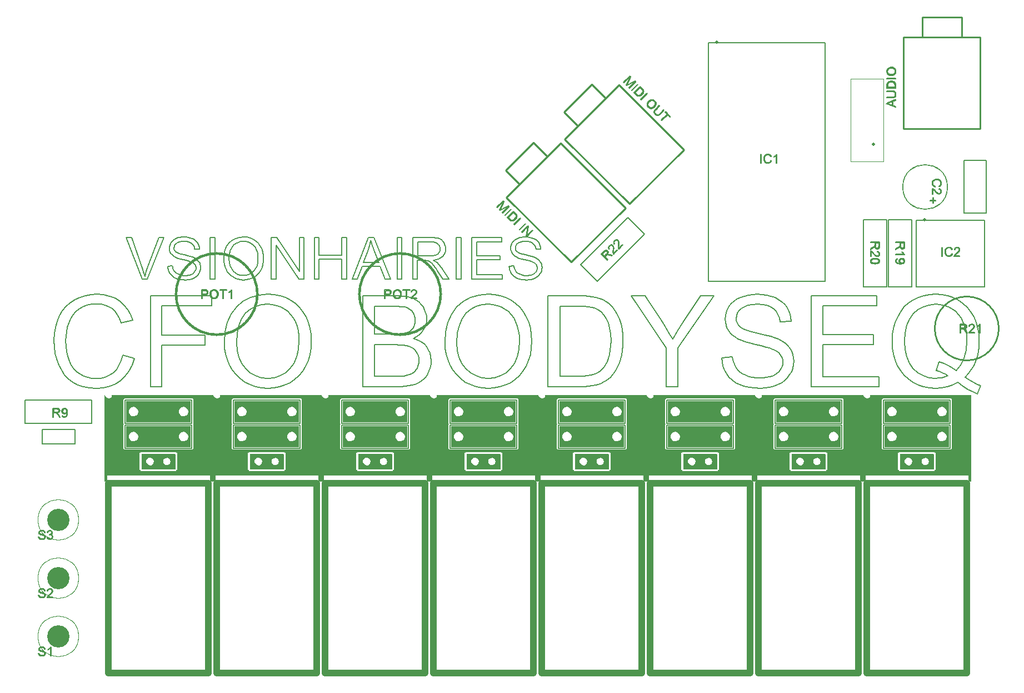
<source format=gto>
%FSLAX33Y33*%
%MOMM*%
%ADD10C,0.2032*%
%ADD11C,12.8X12.*%
%ADD12C,0.15*%
%ADD13C,1.*%
%ADD14C,0.254*%
%ADD15C,3.4*%
%ADD16C,6.3X6.1*%
%ADD17C,0.5*%
%ADD18C,0.1*%
%ADD19C,0.5*%
%ADD20C,12.8X12.*%
%ADD21C,10.0076X9.4996*%
%ADD22C,6.3X6.1*%
%ADD23C,6.95X6.65*%
%ADD24C,6.3X6.1*%
D10*
%LNpour fill*%
G36*
G01*
X15037Y32183D02*
X30683Y32183D01*
X30683Y31183D01*
X31547Y31183D01*
X31547Y32183D01*
X36667Y32183D01*
X36667Y32837D01*
X36667Y32987D01*
X36517Y32987D01*
X36517Y35593D01*
X36667Y35593D01*
X36667Y35743D01*
X42073Y35743D01*
X42073Y35593D01*
X42223Y35593D01*
X42223Y32987D01*
X42073Y32987D01*
X42073Y32837D01*
X36667Y32837D01*
X36667Y32183D01*
X47193Y32183D01*
X47193Y31183D01*
X48057Y31183D01*
X48057Y32183D01*
X53177Y32183D01*
X53177Y32837D01*
X53177Y32987D01*
X53027Y32987D01*
X53027Y35593D01*
X53177Y35593D01*
X53177Y35743D01*
X58583Y35743D01*
X58583Y35593D01*
X58733Y35593D01*
X58733Y32987D01*
X58583Y32987D01*
X58583Y32837D01*
X53177Y32837D01*
X53177Y32183D01*
X63703Y32183D01*
X63703Y31183D01*
X64567Y31183D01*
X64567Y32183D01*
X69687Y32183D01*
X69687Y32837D01*
X69687Y32987D01*
X69537Y32987D01*
X69537Y35593D01*
X69687Y35593D01*
X69687Y35743D01*
X75093Y35743D01*
X75093Y35593D01*
X75243Y35593D01*
X75243Y32987D01*
X75093Y32987D01*
X75093Y32837D01*
X69687Y32837D01*
X69687Y32183D01*
X80213Y32183D01*
X80213Y31183D01*
X81077Y31183D01*
X81077Y32183D01*
X86197Y32183D01*
X86197Y32837D01*
X86197Y32987D01*
X86047Y32987D01*
X86047Y35593D01*
X86197Y35593D01*
X86197Y35743D01*
X91603Y35743D01*
X91603Y35593D01*
X91753Y35593D01*
X91753Y32987D01*
X91603Y32987D01*
X91603Y32837D01*
X86197Y32837D01*
X86197Y32183D01*
X96723Y32183D01*
X96723Y31183D01*
X97587Y31183D01*
X97587Y32183D01*
X102707Y32183D01*
X102707Y32837D01*
X102707Y32987D01*
X102557Y32987D01*
X102557Y35593D01*
X102707Y35593D01*
X102707Y35743D01*
X108113Y35743D01*
X108113Y35593D01*
X108263Y35593D01*
X108263Y32987D01*
X108113Y32987D01*
X108113Y32837D01*
X102707Y32837D01*
X102707Y32183D01*
X113233Y32183D01*
X113233Y31183D01*
X114097Y31183D01*
X114097Y32183D01*
X119217Y32183D01*
X119217Y32837D01*
X119217Y32987D01*
X119067Y32987D01*
X119067Y35593D01*
X119217Y35593D01*
X119217Y35743D01*
X124623Y35743D01*
X124623Y35593D01*
X124773Y35593D01*
X124773Y32987D01*
X124623Y32987D01*
X124623Y32837D01*
X119217Y32837D01*
X119217Y32183D01*
X129743Y32183D01*
X129743Y31183D01*
X130607Y31183D01*
X130607Y32183D01*
X135727Y32183D01*
X135727Y32837D01*
X135727Y32987D01*
X135577Y32987D01*
X135577Y35593D01*
X135727Y35593D01*
X135727Y35743D01*
X141133Y35743D01*
X141133Y35593D01*
X141283Y35593D01*
X141283Y32987D01*
X141133Y32987D01*
X141133Y32837D01*
X135727Y32837D01*
X135727Y32183D01*
X146253Y32183D01*
X146253Y31183D01*
X146685Y31183D01*
X146685Y44450D01*
X133320Y44450D01*
X133320Y43909D01*
X143540Y43909D01*
X143562Y43904D01*
X143585Y43904D01*
X143606Y43894D01*
X143628Y43888D01*
X143646Y43874D01*
X143667Y43864D01*
X143681Y43846D01*
X143699Y43832D01*
X143709Y43811D01*
X143723Y43794D01*
X143728Y43771D01*
X143738Y43751D01*
X143738Y43728D01*
X143743Y43705D01*
X143743Y40115D01*
X143738Y40092D01*
X143738Y40069D01*
X143728Y40049D01*
X143718Y40005D01*
X143728Y39961D01*
X143738Y39941D01*
X143738Y39918D01*
X143743Y39895D01*
X143743Y36305D01*
X143738Y36282D01*
X143738Y36259D01*
X143728Y36239D01*
X143723Y36216D01*
X143709Y36199D01*
X143699Y36178D01*
X143681Y36164D01*
X143667Y36146D01*
X143646Y36136D01*
X143628Y36122D01*
X143606Y36116D01*
X143585Y36106D01*
X143562Y36106D01*
X143540Y36101D01*
X133320Y36101D01*
X133298Y36106D01*
X133275Y36106D01*
X133254Y36116D01*
X133232Y36122D01*
X133214Y36136D01*
X133193Y36146D01*
X133179Y36164D01*
X133161Y36178D01*
X133151Y36199D01*
X133137Y36216D01*
X133132Y36239D01*
X133122Y36259D01*
X133122Y36282D01*
X133117Y36305D01*
X133117Y39895D01*
X133122Y39918D01*
X133122Y39941D01*
X133132Y39961D01*
X133142Y40005D01*
X133132Y40049D01*
X133122Y40069D01*
X133122Y40092D01*
X133117Y40115D01*
X133117Y43705D01*
X133122Y43728D01*
X133122Y43751D01*
X133132Y43771D01*
X133137Y43794D01*
X133151Y43811D01*
X133161Y43832D01*
X133179Y43846D01*
X133193Y43864D01*
X133214Y43874D01*
X133232Y43888D01*
X133254Y43894D01*
X133275Y43904D01*
X133298Y43904D01*
X133320Y43909D01*
X133320Y44450D01*
X131331Y44450D01*
X131271Y44208D01*
X131106Y44021D01*
X130873Y43933D01*
X130625Y43963D01*
X130420Y44105D01*
X130304Y44325D01*
X130304Y44450D01*
X116810Y44450D01*
X116810Y43909D01*
X127030Y43909D01*
X127052Y43904D01*
X127075Y43904D01*
X127096Y43894D01*
X127118Y43888D01*
X127136Y43874D01*
X127157Y43864D01*
X127171Y43846D01*
X127189Y43832D01*
X127199Y43811D01*
X127213Y43794D01*
X127218Y43771D01*
X127228Y43751D01*
X127228Y43728D01*
X127233Y43705D01*
X127233Y40115D01*
X127228Y40092D01*
X127228Y40069D01*
X127218Y40049D01*
X127208Y40005D01*
X127218Y39961D01*
X127228Y39941D01*
X127228Y39918D01*
X127233Y39895D01*
X127233Y36305D01*
X127228Y36282D01*
X127228Y36259D01*
X127218Y36239D01*
X127213Y36216D01*
X127199Y36199D01*
X127189Y36178D01*
X127171Y36164D01*
X127157Y36146D01*
X127136Y36136D01*
X127118Y36122D01*
X127096Y36116D01*
X127075Y36106D01*
X127052Y36106D01*
X127030Y36101D01*
X116810Y36101D01*
X116788Y36106D01*
X116765Y36106D01*
X116744Y36116D01*
X116722Y36122D01*
X116704Y36136D01*
X116683Y36146D01*
X116669Y36164D01*
X116651Y36178D01*
X116641Y36199D01*
X116627Y36216D01*
X116622Y36239D01*
X116612Y36259D01*
X116612Y36282D01*
X116607Y36305D01*
X116607Y39895D01*
X116612Y39918D01*
X116612Y39941D01*
X116622Y39961D01*
X116632Y40005D01*
X116622Y40049D01*
X116612Y40069D01*
X116612Y40092D01*
X116607Y40115D01*
X116607Y43705D01*
X116612Y43728D01*
X116612Y43751D01*
X116622Y43771D01*
X116627Y43794D01*
X116641Y43811D01*
X116651Y43832D01*
X116669Y43846D01*
X116683Y43864D01*
X116704Y43874D01*
X116722Y43888D01*
X116744Y43894D01*
X116765Y43904D01*
X116788Y43904D01*
X116810Y43909D01*
X116810Y44450D01*
X114821Y44450D01*
X114761Y44208D01*
X114596Y44021D01*
X114363Y43933D01*
X114115Y43963D01*
X113910Y44105D01*
X113794Y44325D01*
X113794Y44450D01*
X100300Y44450D01*
X100300Y43909D01*
X110520Y43909D01*
X110542Y43904D01*
X110565Y43904D01*
X110586Y43894D01*
X110608Y43888D01*
X110626Y43874D01*
X110647Y43864D01*
X110661Y43846D01*
X110679Y43832D01*
X110689Y43811D01*
X110703Y43794D01*
X110708Y43771D01*
X110718Y43751D01*
X110718Y43728D01*
X110723Y43705D01*
X110723Y40115D01*
X110718Y40092D01*
X110718Y40069D01*
X110708Y40049D01*
X110698Y40005D01*
X110708Y39961D01*
X110718Y39941D01*
X110718Y39918D01*
X110723Y39895D01*
X110723Y36305D01*
X110718Y36282D01*
X110718Y36259D01*
X110708Y36239D01*
X110703Y36216D01*
X110689Y36199D01*
X110679Y36178D01*
X110661Y36164D01*
X110647Y36146D01*
X110626Y36136D01*
X110608Y36122D01*
X110586Y36116D01*
X110565Y36106D01*
X110542Y36106D01*
X110520Y36101D01*
X100300Y36101D01*
X100278Y36106D01*
X100255Y36106D01*
X100234Y36116D01*
X100212Y36122D01*
X100194Y36136D01*
X100173Y36146D01*
X100159Y36164D01*
X100141Y36178D01*
X100131Y36199D01*
X100117Y36216D01*
X100112Y36239D01*
X100102Y36259D01*
X100102Y36282D01*
X100097Y36305D01*
X100097Y39895D01*
X100102Y39918D01*
X100102Y39941D01*
X100112Y39961D01*
X100122Y40005D01*
X100112Y40049D01*
X100102Y40069D01*
X100102Y40092D01*
X100097Y40115D01*
X100097Y43705D01*
X100102Y43728D01*
X100102Y43751D01*
X100112Y43771D01*
X100117Y43794D01*
X100131Y43811D01*
X100141Y43832D01*
X100159Y43846D01*
X100173Y43864D01*
X100194Y43874D01*
X100212Y43888D01*
X100234Y43894D01*
X100255Y43904D01*
X100278Y43904D01*
X100300Y43909D01*
X100300Y44450D01*
X98311Y44450D01*
X98251Y44208D01*
X98086Y44021D01*
X97853Y43933D01*
X97605Y43963D01*
X97400Y44105D01*
X97284Y44325D01*
X97284Y44450D01*
X83790Y44450D01*
X83790Y43909D01*
X94010Y43909D01*
X94032Y43904D01*
X94055Y43904D01*
X94076Y43894D01*
X94098Y43888D01*
X94116Y43874D01*
X94137Y43864D01*
X94151Y43846D01*
X94169Y43832D01*
X94179Y43811D01*
X94193Y43794D01*
X94198Y43771D01*
X94208Y43751D01*
X94208Y43728D01*
X94213Y43705D01*
X94213Y40115D01*
X94208Y40092D01*
X94208Y40069D01*
X94198Y40049D01*
X94188Y40005D01*
X94198Y39961D01*
X94208Y39941D01*
X94208Y39918D01*
X94213Y39895D01*
X94213Y36305D01*
X94208Y36282D01*
X94208Y36259D01*
X94198Y36239D01*
X94193Y36216D01*
X94179Y36199D01*
X94169Y36178D01*
X94151Y36164D01*
X94137Y36146D01*
X94116Y36136D01*
X94098Y36122D01*
X94076Y36116D01*
X94055Y36106D01*
X94032Y36106D01*
X94010Y36101D01*
X83790Y36101D01*
X83768Y36106D01*
X83745Y36106D01*
X83724Y36116D01*
X83702Y36122D01*
X83684Y36136D01*
X83663Y36146D01*
X83649Y36164D01*
X83631Y36178D01*
X83621Y36199D01*
X83607Y36216D01*
X83602Y36239D01*
X83592Y36259D01*
X83592Y36282D01*
X83587Y36305D01*
X83587Y39895D01*
X83592Y39918D01*
X83592Y39941D01*
X83602Y39961D01*
X83612Y40005D01*
X83602Y40049D01*
X83592Y40069D01*
X83592Y40092D01*
X83587Y40115D01*
X83587Y43705D01*
X83592Y43728D01*
X83592Y43751D01*
X83602Y43771D01*
X83607Y43794D01*
X83621Y43811D01*
X83631Y43832D01*
X83649Y43846D01*
X83663Y43864D01*
X83684Y43874D01*
X83702Y43888D01*
X83724Y43894D01*
X83745Y43904D01*
X83768Y43904D01*
X83790Y43909D01*
X83790Y44450D01*
X81801Y44450D01*
X81741Y44208D01*
X81576Y44021D01*
X81343Y43933D01*
X81095Y43963D01*
X80890Y44105D01*
X80774Y44325D01*
X80774Y44450D01*
X67280Y44450D01*
X67280Y43909D01*
X77500Y43909D01*
X77522Y43904D01*
X77545Y43904D01*
X77566Y43894D01*
X77588Y43888D01*
X77606Y43874D01*
X77627Y43864D01*
X77641Y43846D01*
X77659Y43832D01*
X77669Y43811D01*
X77683Y43794D01*
X77688Y43771D01*
X77698Y43751D01*
X77698Y43728D01*
X77703Y43705D01*
X77703Y40115D01*
X77698Y40092D01*
X77698Y40069D01*
X77688Y40049D01*
X77678Y40005D01*
X77688Y39961D01*
X77698Y39941D01*
X77698Y39918D01*
X77703Y39895D01*
X77703Y36305D01*
X77698Y36282D01*
X77698Y36259D01*
X77688Y36239D01*
X77683Y36216D01*
X77669Y36199D01*
X77659Y36178D01*
X77641Y36164D01*
X77627Y36146D01*
X77606Y36136D01*
X77588Y36122D01*
X77566Y36116D01*
X77545Y36106D01*
X77522Y36106D01*
X77500Y36101D01*
X67280Y36101D01*
X67258Y36106D01*
X67235Y36106D01*
X67214Y36116D01*
X67192Y36122D01*
X67174Y36136D01*
X67153Y36146D01*
X67139Y36164D01*
X67121Y36178D01*
X67111Y36199D01*
X67097Y36216D01*
X67092Y36239D01*
X67082Y36259D01*
X67082Y36282D01*
X67077Y36305D01*
X67077Y39895D01*
X67082Y39918D01*
X67082Y39941D01*
X67092Y39961D01*
X67102Y40005D01*
X67092Y40049D01*
X67082Y40069D01*
X67082Y40092D01*
X67077Y40115D01*
X67077Y43705D01*
X67082Y43728D01*
X67082Y43751D01*
X67092Y43771D01*
X67097Y43794D01*
X67111Y43811D01*
X67121Y43832D01*
X67139Y43846D01*
X67153Y43864D01*
X67174Y43874D01*
X67192Y43888D01*
X67214Y43894D01*
X67235Y43904D01*
X67258Y43904D01*
X67280Y43909D01*
X67280Y44450D01*
X65291Y44450D01*
X65231Y44208D01*
X65066Y44021D01*
X64833Y43933D01*
X64585Y43963D01*
X64380Y44105D01*
X64264Y44325D01*
X64264Y44450D01*
X50770Y44450D01*
X50770Y43909D01*
X60990Y43909D01*
X61012Y43904D01*
X61035Y43904D01*
X61056Y43894D01*
X61078Y43888D01*
X61096Y43874D01*
X61117Y43864D01*
X61131Y43846D01*
X61149Y43832D01*
X61159Y43811D01*
X61173Y43794D01*
X61178Y43771D01*
X61188Y43751D01*
X61188Y43728D01*
X61193Y43705D01*
X61193Y40115D01*
X61188Y40092D01*
X61188Y40069D01*
X61178Y40049D01*
X61168Y40005D01*
X61178Y39961D01*
X61188Y39941D01*
X61188Y39918D01*
X61193Y39895D01*
X61193Y36305D01*
X61188Y36282D01*
X61188Y36259D01*
X61178Y36239D01*
X61173Y36216D01*
X61159Y36199D01*
X61149Y36178D01*
X61131Y36164D01*
X61117Y36146D01*
X61096Y36136D01*
X61078Y36122D01*
X61056Y36116D01*
X61035Y36106D01*
X61012Y36106D01*
X60990Y36101D01*
X50770Y36101D01*
X50748Y36106D01*
X50725Y36106D01*
X50704Y36116D01*
X50682Y36122D01*
X50664Y36136D01*
X50643Y36146D01*
X50629Y36164D01*
X50611Y36178D01*
X50601Y36199D01*
X50587Y36216D01*
X50582Y36239D01*
X50572Y36259D01*
X50572Y36282D01*
X50567Y36305D01*
X50567Y39895D01*
X50572Y39918D01*
X50572Y39941D01*
X50582Y39961D01*
X50592Y40005D01*
X50582Y40049D01*
X50572Y40069D01*
X50572Y40092D01*
X50567Y40115D01*
X50567Y43705D01*
X50572Y43728D01*
X50572Y43751D01*
X50582Y43771D01*
X50587Y43794D01*
X50601Y43811D01*
X50611Y43832D01*
X50629Y43846D01*
X50643Y43864D01*
X50664Y43874D01*
X50682Y43888D01*
X50704Y43894D01*
X50725Y43904D01*
X50748Y43904D01*
X50770Y43909D01*
X50770Y44450D01*
X48781Y44450D01*
X48721Y44208D01*
X48556Y44021D01*
X48323Y43933D01*
X48075Y43963D01*
X47870Y44105D01*
X47754Y44325D01*
X47754Y44450D01*
X34260Y44450D01*
X34260Y43909D01*
X44480Y43909D01*
X44502Y43904D01*
X44525Y43904D01*
X44546Y43894D01*
X44568Y43888D01*
X44586Y43874D01*
X44607Y43864D01*
X44621Y43846D01*
X44639Y43832D01*
X44649Y43811D01*
X44663Y43794D01*
X44668Y43771D01*
X44678Y43751D01*
X44678Y43728D01*
X44683Y43705D01*
X44683Y40115D01*
X44678Y40092D01*
X44678Y40069D01*
X44668Y40049D01*
X44658Y40005D01*
X44668Y39961D01*
X44678Y39941D01*
X44678Y39918D01*
X44683Y39895D01*
X44683Y36305D01*
X44678Y36282D01*
X44678Y36259D01*
X44668Y36239D01*
X44663Y36216D01*
X44649Y36199D01*
X44639Y36178D01*
X44621Y36164D01*
X44607Y36146D01*
X44586Y36136D01*
X44568Y36122D01*
X44546Y36116D01*
X44525Y36106D01*
X44502Y36106D01*
X44480Y36101D01*
X34260Y36101D01*
X34238Y36106D01*
X34215Y36106D01*
X34194Y36116D01*
X34172Y36122D01*
X34154Y36136D01*
X34133Y36146D01*
X34119Y36164D01*
X34101Y36178D01*
X34091Y36199D01*
X34077Y36216D01*
X34072Y36239D01*
X34062Y36259D01*
X34062Y36282D01*
X34057Y36305D01*
X34057Y39895D01*
X34062Y39918D01*
X34062Y39941D01*
X34072Y39961D01*
X34082Y40005D01*
X34072Y40049D01*
X34062Y40069D01*
X34062Y40092D01*
X34057Y40115D01*
X34057Y43705D01*
X34062Y43728D01*
X34062Y43751D01*
X34072Y43771D01*
X34077Y43794D01*
X34091Y43811D01*
X34101Y43832D01*
X34119Y43846D01*
X34133Y43864D01*
X34154Y43874D01*
X34172Y43888D01*
X34194Y43894D01*
X34215Y43904D01*
X34238Y43904D01*
X34260Y43909D01*
X34260Y44450D01*
X32271Y44450D01*
X32211Y44208D01*
X32046Y44021D01*
X31813Y43933D01*
X31565Y43963D01*
X31360Y44105D01*
X31244Y44325D01*
X31244Y44450D01*
X17750Y44450D01*
X17750Y43909D01*
X27970Y43909D01*
X27992Y43904D01*
X28015Y43904D01*
X28036Y43894D01*
X28058Y43888D01*
X28076Y43874D01*
X28097Y43864D01*
X28111Y43846D01*
X28129Y43832D01*
X28139Y43811D01*
X28153Y43794D01*
X28158Y43771D01*
X28168Y43751D01*
X28168Y43728D01*
X28173Y43705D01*
X28173Y40115D01*
X28168Y40092D01*
X28168Y40069D01*
X28158Y40049D01*
X28148Y40005D01*
X28158Y39961D01*
X28168Y39941D01*
X28168Y39918D01*
X28173Y39895D01*
X28173Y36305D01*
X28168Y36282D01*
X28168Y36259D01*
X28158Y36239D01*
X28153Y36216D01*
X28139Y36199D01*
X28129Y36178D01*
X28111Y36164D01*
X28097Y36146D01*
X28076Y36136D01*
X28058Y36122D01*
X28036Y36116D01*
X28015Y36106D01*
X27992Y36106D01*
X27970Y36101D01*
X20157Y36101D01*
X20157Y35743D01*
X25563Y35743D01*
X25563Y35593D01*
X25713Y35593D01*
X25713Y32987D01*
X25563Y32987D01*
X25563Y32837D01*
X20157Y32837D01*
X20157Y32987D01*
X20007Y32987D01*
X20007Y35593D01*
X20157Y35593D01*
X20157Y35743D01*
X20157Y36101D01*
X17750Y36101D01*
X17728Y36106D01*
X17705Y36106D01*
X17684Y36116D01*
X17662Y36122D01*
X17644Y36136D01*
X17623Y36146D01*
X17609Y36164D01*
X17591Y36178D01*
X17581Y36199D01*
X17567Y36216D01*
X17562Y36239D01*
X17552Y36259D01*
X17552Y36282D01*
X17547Y36305D01*
X17547Y39895D01*
X17552Y39918D01*
X17552Y39941D01*
X17562Y39961D01*
X17572Y40005D01*
X17562Y40049D01*
X17552Y40069D01*
X17552Y40092D01*
X17547Y40115D01*
X17547Y43705D01*
X17552Y43728D01*
X17552Y43751D01*
X17562Y43771D01*
X17567Y43794D01*
X17581Y43811D01*
X17591Y43832D01*
X17609Y43846D01*
X17623Y43864D01*
X17644Y43874D01*
X17662Y43888D01*
X17684Y43894D01*
X17705Y43904D01*
X17728Y43904D01*
X17750Y43909D01*
X17750Y44450D01*
X15761Y44450D01*
X15701Y44208D01*
X15536Y44021D01*
X15303Y43933D01*
X15055Y43963D01*
X14850Y44105D01*
X14734Y44325D01*
X14734Y44450D01*
X14605Y44450D01*
X14605Y31183D01*
X15037Y31183D01*
X143337Y43502D02*
X133523Y43502D01*
X133523Y41736D01*
X133913Y41736D01*
X133913Y42084D01*
X134075Y42393D01*
X134362Y42591D01*
X134708Y42633D01*
X135034Y42509D01*
X135265Y42248D01*
X135348Y41910D01*
X135265Y41572D01*
X135034Y41311D01*
X134708Y41187D01*
X134362Y41229D01*
X134075Y41427D01*
X133913Y41736D01*
X133523Y41736D01*
X133523Y40318D01*
X143337Y40318D01*
X143337Y41910D01*
X142968Y41910D01*
X142885Y41572D01*
X142654Y41311D01*
X142328Y41187D01*
X141982Y41229D01*
X141695Y41427D01*
X141533Y41736D01*
X141533Y42084D01*
X141695Y42393D01*
X141982Y42591D01*
X142328Y42633D01*
X142654Y42509D01*
X142885Y42248D01*
X142968Y41910D01*
X143337Y41910D01*
X126827Y43502D02*
X117013Y43502D01*
X117013Y41736D01*
X117403Y41736D01*
X117403Y42084D01*
X117565Y42393D01*
X117852Y42591D01*
X118198Y42633D01*
X118524Y42509D01*
X118755Y42248D01*
X118838Y41910D01*
X118755Y41572D01*
X118524Y41311D01*
X118198Y41187D01*
X117852Y41229D01*
X117565Y41427D01*
X117403Y41736D01*
X117013Y41736D01*
X117013Y40318D01*
X126827Y40318D01*
X126827Y41910D01*
X126458Y41910D01*
X126375Y41572D01*
X126144Y41311D01*
X125818Y41187D01*
X125472Y41229D01*
X125185Y41427D01*
X125023Y41736D01*
X125023Y42084D01*
X125185Y42393D01*
X125472Y42591D01*
X125818Y42633D01*
X126144Y42509D01*
X126375Y42248D01*
X126458Y41910D01*
X126827Y41910D01*
X110317Y43502D02*
X100503Y43502D01*
X100503Y41736D01*
X100893Y41736D01*
X100893Y42084D01*
X101055Y42393D01*
X101342Y42591D01*
X101688Y42633D01*
X102014Y42509D01*
X102245Y42248D01*
X102328Y41910D01*
X102245Y41572D01*
X102014Y41311D01*
X101688Y41187D01*
X101342Y41229D01*
X101055Y41427D01*
X100893Y41736D01*
X100503Y41736D01*
X100503Y40318D01*
X110317Y40318D01*
X110317Y41910D01*
X109948Y41910D01*
X109865Y41572D01*
X109634Y41311D01*
X109308Y41187D01*
X108962Y41229D01*
X108675Y41427D01*
X108513Y41736D01*
X108513Y42084D01*
X108675Y42393D01*
X108962Y42591D01*
X109308Y42633D01*
X109634Y42509D01*
X109865Y42248D01*
X109948Y41910D01*
X110317Y41910D01*
X77297Y43502D02*
X67483Y43502D01*
X67483Y41736D01*
X67873Y41736D01*
X67873Y42084D01*
X68035Y42393D01*
X68322Y42591D01*
X68668Y42633D01*
X68994Y42509D01*
X69225Y42248D01*
X69308Y41910D01*
X69225Y41572D01*
X68994Y41311D01*
X68668Y41187D01*
X68322Y41229D01*
X68035Y41427D01*
X67873Y41736D01*
X67483Y41736D01*
X67483Y40318D01*
X77297Y40318D01*
X77297Y41910D01*
X76928Y41910D01*
X76845Y41572D01*
X76614Y41311D01*
X76288Y41187D01*
X75942Y41229D01*
X75655Y41427D01*
X75493Y41736D01*
X75493Y42084D01*
X75655Y42393D01*
X75942Y42591D01*
X76288Y42633D01*
X76614Y42509D01*
X76845Y42248D01*
X76928Y41910D01*
X77297Y41910D01*
X44277Y43502D02*
X34463Y43502D01*
X34463Y41736D01*
X34853Y41736D01*
X34853Y42084D01*
X35015Y42393D01*
X35302Y42591D01*
X35648Y42633D01*
X35974Y42509D01*
X36205Y42248D01*
X36288Y41910D01*
X36205Y41572D01*
X35974Y41311D01*
X35648Y41187D01*
X35302Y41229D01*
X35015Y41427D01*
X34853Y41736D01*
X34463Y41736D01*
X34463Y40318D01*
X44277Y40318D01*
X44277Y41910D01*
X43908Y41910D01*
X43825Y41572D01*
X43594Y41311D01*
X43268Y41187D01*
X42922Y41229D01*
X42635Y41427D01*
X42473Y41736D01*
X42473Y42084D01*
X42635Y42393D01*
X42922Y42591D01*
X43268Y42633D01*
X43594Y42509D01*
X43825Y42248D01*
X43908Y41910D01*
X44277Y41910D01*
X27767Y43502D02*
X17953Y43502D01*
X17953Y41736D01*
X18343Y41736D01*
X18343Y42084D01*
X18505Y42393D01*
X18792Y42591D01*
X19138Y42633D01*
X19464Y42509D01*
X19695Y42248D01*
X19778Y41910D01*
X19695Y41572D01*
X19464Y41311D01*
X19138Y41187D01*
X18792Y41229D01*
X18505Y41427D01*
X18343Y41736D01*
X17953Y41736D01*
X17953Y40318D01*
X27767Y40318D01*
X27767Y41910D01*
X27398Y41910D01*
X27315Y41572D01*
X27084Y41311D01*
X26758Y41187D01*
X26412Y41229D01*
X26125Y41427D01*
X25963Y41736D01*
X25963Y42084D01*
X26125Y42393D01*
X26412Y42591D01*
X26758Y42633D01*
X27084Y42509D01*
X27315Y42248D01*
X27398Y41910D01*
X27767Y41910D01*
X60787Y43502D02*
X50973Y43502D01*
X50973Y41736D01*
X51363Y41736D01*
X51363Y42084D01*
X51525Y42393D01*
X51812Y42591D01*
X52158Y42633D01*
X52484Y42509D01*
X52715Y42248D01*
X52798Y41910D01*
X52715Y41572D01*
X52484Y41311D01*
X52158Y41187D01*
X51812Y41229D01*
X51525Y41427D01*
X51363Y41736D01*
X50973Y41736D01*
X50973Y40318D01*
X60787Y40318D01*
X60787Y41910D01*
X60418Y41910D01*
X60335Y41572D01*
X60104Y41311D01*
X59778Y41187D01*
X59432Y41229D01*
X59145Y41427D01*
X58983Y41736D01*
X58983Y42084D01*
X59145Y42393D01*
X59432Y42591D01*
X59778Y42633D01*
X60104Y42509D01*
X60335Y42248D01*
X60418Y41910D01*
X60787Y41910D01*
X93807Y43502D02*
X83993Y43502D01*
X83993Y41736D01*
X84383Y41736D01*
X84383Y42084D01*
X84545Y42393D01*
X84832Y42591D01*
X85178Y42633D01*
X85504Y42509D01*
X85735Y42248D01*
X85818Y41910D01*
X85735Y41572D01*
X85504Y41311D01*
X85178Y41187D01*
X84832Y41229D01*
X84545Y41427D01*
X84383Y41736D01*
X83993Y41736D01*
X83993Y40318D01*
X93807Y40318D01*
X93807Y41910D01*
X93438Y41910D01*
X93355Y41572D01*
X93124Y41311D01*
X92798Y41187D01*
X92452Y41229D01*
X92165Y41427D01*
X92003Y41736D01*
X92003Y42084D01*
X92165Y42393D01*
X92452Y42591D01*
X92798Y42633D01*
X93124Y42509D01*
X93355Y42248D01*
X93438Y41910D01*
X93807Y41910D01*
X93807Y39692D02*
X83993Y39692D01*
X83993Y37926D01*
X84383Y37926D01*
X84383Y38274D01*
X84545Y38583D01*
X84832Y38781D01*
X85178Y38823D01*
X85504Y38699D01*
X85735Y38438D01*
X85818Y38100D01*
X85735Y37762D01*
X85504Y37501D01*
X85178Y37377D01*
X84832Y37419D01*
X84545Y37617D01*
X84383Y37926D01*
X83993Y37926D01*
X83993Y36508D01*
X93807Y36508D01*
X93807Y38100D01*
X93438Y38100D01*
X93355Y37762D01*
X93124Y37501D01*
X92798Y37377D01*
X92452Y37419D01*
X92165Y37617D01*
X92003Y37926D01*
X92003Y38274D01*
X92165Y38583D01*
X92452Y38781D01*
X92798Y38823D01*
X93124Y38699D01*
X93355Y38438D01*
X93438Y38100D01*
X93807Y38100D01*
X60787Y39692D02*
X50973Y39692D01*
X50973Y37926D01*
X51363Y37926D01*
X51363Y38274D01*
X51525Y38583D01*
X51812Y38781D01*
X52158Y38823D01*
X52484Y38699D01*
X52715Y38438D01*
X52798Y38100D01*
X52715Y37762D01*
X52484Y37501D01*
X52158Y37377D01*
X51812Y37419D01*
X51525Y37617D01*
X51363Y37926D01*
X50973Y37926D01*
X50973Y36508D01*
X60787Y36508D01*
X60787Y38100D01*
X60418Y38100D01*
X60335Y37762D01*
X60104Y37501D01*
X59778Y37377D01*
X59432Y37419D01*
X59145Y37617D01*
X58983Y37926D01*
X58983Y38274D01*
X59145Y38583D01*
X59432Y38781D01*
X59778Y38823D01*
X60104Y38699D01*
X60335Y38438D01*
X60418Y38100D01*
X60787Y38100D01*
X27767Y39692D02*
X17953Y39692D01*
X17953Y37926D01*
X18343Y37926D01*
X18343Y38274D01*
X18505Y38583D01*
X18792Y38781D01*
X19138Y38823D01*
X19464Y38699D01*
X19695Y38438D01*
X19778Y38100D01*
X19695Y37762D01*
X19464Y37501D01*
X19138Y37377D01*
X18792Y37419D01*
X18505Y37617D01*
X18343Y37926D01*
X17953Y37926D01*
X17953Y36508D01*
X27767Y36508D01*
X27767Y38100D01*
X27398Y38100D01*
X27315Y37762D01*
X27084Y37501D01*
X26758Y37377D01*
X26412Y37419D01*
X26125Y37617D01*
X25963Y37926D01*
X25963Y38274D01*
X26125Y38583D01*
X26412Y38781D01*
X26758Y38823D01*
X27084Y38699D01*
X27315Y38438D01*
X27398Y38100D01*
X27767Y38100D01*
X44277Y39692D02*
X34463Y39692D01*
X34463Y37926D01*
X34853Y37926D01*
X34853Y38274D01*
X35015Y38583D01*
X35302Y38781D01*
X35648Y38823D01*
X35974Y38699D01*
X36205Y38438D01*
X36288Y38100D01*
X36205Y37762D01*
X35974Y37501D01*
X35648Y37377D01*
X35302Y37419D01*
X35015Y37617D01*
X34853Y37926D01*
X34463Y37926D01*
X34463Y36508D01*
X44277Y36508D01*
X44277Y38100D01*
X43908Y38100D01*
X43825Y37762D01*
X43594Y37501D01*
X43268Y37377D01*
X42922Y37419D01*
X42635Y37617D01*
X42473Y37926D01*
X42473Y38274D01*
X42635Y38583D01*
X42922Y38781D01*
X43268Y38823D01*
X43594Y38699D01*
X43825Y38438D01*
X43908Y38100D01*
X44277Y38100D01*
X77297Y39692D02*
X67483Y39692D01*
X67483Y37926D01*
X67873Y37926D01*
X67873Y38274D01*
X68035Y38583D01*
X68322Y38781D01*
X68668Y38823D01*
X68994Y38699D01*
X69225Y38438D01*
X69308Y38100D01*
X69225Y37762D01*
X68994Y37501D01*
X68668Y37377D01*
X68322Y37419D01*
X68035Y37617D01*
X67873Y37926D01*
X67483Y37926D01*
X67483Y36508D01*
X77297Y36508D01*
X77297Y38100D01*
X76928Y38100D01*
X76845Y37762D01*
X76614Y37501D01*
X76288Y37377D01*
X75942Y37419D01*
X75655Y37617D01*
X75493Y37926D01*
X75493Y38274D01*
X75655Y38583D01*
X75942Y38781D01*
X76288Y38823D01*
X76614Y38699D01*
X76845Y38438D01*
X76928Y38100D01*
X77297Y38100D01*
X110317Y39692D02*
X100503Y39692D01*
X100503Y37926D01*
X100893Y37926D01*
X100893Y38274D01*
X101055Y38583D01*
X101342Y38781D01*
X101688Y38823D01*
X102014Y38699D01*
X102245Y38438D01*
X102328Y38100D01*
X102245Y37762D01*
X102014Y37501D01*
X101688Y37377D01*
X101342Y37419D01*
X101055Y37617D01*
X100893Y37926D01*
X100503Y37926D01*
X100503Y36508D01*
X110317Y36508D01*
X110317Y38100D01*
X109948Y38100D01*
X109865Y37762D01*
X109634Y37501D01*
X109308Y37377D01*
X108962Y37419D01*
X108675Y37617D01*
X108513Y37926D01*
X108513Y38274D01*
X108675Y38583D01*
X108962Y38781D01*
X109308Y38823D01*
X109634Y38699D01*
X109865Y38438D01*
X109948Y38100D01*
X110317Y38100D01*
X126827Y39692D02*
X117013Y39692D01*
X117013Y37926D01*
X117403Y37926D01*
X117403Y38274D01*
X117565Y38583D01*
X117852Y38781D01*
X118198Y38823D01*
X118524Y38699D01*
X118755Y38438D01*
X118838Y38100D01*
X118755Y37762D01*
X118524Y37501D01*
X118198Y37377D01*
X117852Y37419D01*
X117565Y37617D01*
X117403Y37926D01*
X117013Y37926D01*
X117013Y36508D01*
X126827Y36508D01*
X126827Y38100D01*
X126458Y38100D01*
X126375Y37762D01*
X126144Y37501D01*
X125818Y37377D01*
X125472Y37419D01*
X125185Y37617D01*
X125023Y37926D01*
X125023Y38274D01*
X125185Y38583D01*
X125472Y38781D01*
X125818Y38823D01*
X126144Y38699D01*
X126375Y38438D01*
X126458Y38100D01*
X126827Y38100D01*
X143337Y39692D02*
X133523Y39692D01*
X133523Y37926D01*
X133913Y37926D01*
X133913Y38274D01*
X134075Y38583D01*
X134362Y38781D01*
X134708Y38823D01*
X135034Y38699D01*
X135265Y38438D01*
X135348Y38100D01*
X135265Y37762D01*
X135034Y37501D01*
X134708Y37377D01*
X134362Y37419D01*
X134075Y37617D01*
X133913Y37926D01*
X133523Y37926D01*
X133523Y36508D01*
X143337Y36508D01*
X143337Y38100D01*
X142968Y38100D01*
X142885Y37762D01*
X142654Y37501D01*
X142328Y37377D01*
X141982Y37419D01*
X141695Y37617D01*
X141533Y37926D01*
X141533Y38274D01*
X141695Y38583D01*
X141982Y38781D01*
X142328Y38823D01*
X142654Y38699D01*
X142885Y38438D01*
X142968Y38100D01*
X143337Y38100D01*
X140983Y35443D02*
X135877Y35443D01*
X135877Y33137D01*
X137233Y33137D01*
X137233Y33691D01*
X136946Y33726D01*
X136708Y33890D01*
X136574Y34146D01*
X136574Y34434D01*
X136708Y34690D01*
X136946Y34854D01*
X137233Y34889D01*
X137503Y34786D01*
X137694Y34570D01*
X137763Y34290D01*
X137694Y34010D01*
X137503Y33794D01*
X137233Y33691D01*
X137233Y33137D01*
X139767Y33137D01*
X139767Y33741D01*
X139504Y33773D01*
X139286Y33923D01*
X139163Y34158D01*
X139163Y34422D01*
X139286Y34657D01*
X139504Y34807D01*
X139767Y34839D01*
X140014Y34745D01*
X140190Y34547D01*
X140253Y34290D01*
X140190Y34033D01*
X140014Y33835D01*
X139767Y33741D01*
X139767Y33137D01*
X140983Y33137D01*
X124473Y35443D02*
X119367Y35443D01*
X119367Y33137D01*
X120723Y33137D01*
X120723Y33691D01*
X120436Y33726D01*
X120198Y33890D01*
X120064Y34146D01*
X120064Y34434D01*
X120198Y34690D01*
X120436Y34854D01*
X120723Y34889D01*
X120993Y34786D01*
X121184Y34570D01*
X121253Y34290D01*
X121184Y34010D01*
X120993Y33794D01*
X120723Y33691D01*
X120723Y33137D01*
X123257Y33137D01*
X123257Y33741D01*
X122994Y33773D01*
X122776Y33923D01*
X122653Y34158D01*
X122653Y34422D01*
X122776Y34657D01*
X122994Y34807D01*
X123257Y34839D01*
X123504Y34745D01*
X123680Y34547D01*
X123743Y34290D01*
X123680Y34033D01*
X123504Y33835D01*
X123257Y33741D01*
X123257Y33137D01*
X124473Y33137D01*
X107963Y35443D02*
X102857Y35443D01*
X102857Y33137D01*
X104213Y33137D01*
X104213Y33691D01*
X103926Y33726D01*
X103688Y33890D01*
X103554Y34146D01*
X103554Y34434D01*
X103688Y34690D01*
X103926Y34854D01*
X104213Y34889D01*
X104483Y34786D01*
X104674Y34570D01*
X104743Y34290D01*
X104674Y34010D01*
X104483Y33794D01*
X104213Y33691D01*
X104213Y33137D01*
X106747Y33137D01*
X106747Y33741D01*
X106484Y33773D01*
X106266Y33923D01*
X106143Y34158D01*
X106143Y34422D01*
X106266Y34657D01*
X106484Y34807D01*
X106747Y34839D01*
X106994Y34745D01*
X107170Y34547D01*
X107233Y34290D01*
X107170Y34033D01*
X106994Y33835D01*
X106747Y33741D01*
X106747Y33137D01*
X107963Y33137D01*
X74943Y35443D02*
X69837Y35443D01*
X69837Y33137D01*
X71193Y33137D01*
X71193Y33691D01*
X70906Y33726D01*
X70668Y33890D01*
X70534Y34146D01*
X70534Y34434D01*
X70668Y34690D01*
X70906Y34854D01*
X71193Y34889D01*
X71463Y34786D01*
X71654Y34570D01*
X71723Y34290D01*
X71654Y34010D01*
X71463Y33794D01*
X71193Y33691D01*
X71193Y33137D01*
X73727Y33137D01*
X73727Y33741D01*
X73464Y33773D01*
X73246Y33923D01*
X73123Y34158D01*
X73123Y34422D01*
X73246Y34657D01*
X73464Y34807D01*
X73727Y34839D01*
X73974Y34745D01*
X74150Y34547D01*
X74213Y34290D01*
X74150Y34033D01*
X73974Y33835D01*
X73727Y33741D01*
X73727Y33137D01*
X74943Y33137D01*
X41923Y35443D02*
X36817Y35443D01*
X36817Y33137D01*
X38173Y33137D01*
X38173Y33691D01*
X37886Y33726D01*
X37648Y33890D01*
X37514Y34146D01*
X37514Y34434D01*
X37648Y34690D01*
X37886Y34854D01*
X38173Y34889D01*
X38443Y34786D01*
X38634Y34570D01*
X38703Y34290D01*
X38634Y34010D01*
X38443Y33794D01*
X38173Y33691D01*
X38173Y33137D01*
X40707Y33137D01*
X40707Y33741D01*
X40444Y33773D01*
X40226Y33923D01*
X40103Y34158D01*
X40103Y34422D01*
X40226Y34657D01*
X40444Y34807D01*
X40707Y34839D01*
X40954Y34745D01*
X41130Y34547D01*
X41193Y34290D01*
X41130Y34033D01*
X40954Y33835D01*
X40707Y33741D01*
X40707Y33137D01*
X41923Y33137D01*
X25413Y35443D02*
X20307Y35443D01*
X20307Y33137D01*
X21663Y33137D01*
X21663Y33691D01*
X21376Y33726D01*
X21138Y33890D01*
X21004Y34146D01*
X21004Y34434D01*
X21138Y34690D01*
X21376Y34854D01*
X21663Y34889D01*
X21933Y34786D01*
X22124Y34570D01*
X22193Y34290D01*
X22124Y34010D01*
X21933Y33794D01*
X21663Y33691D01*
X21663Y33137D01*
X24197Y33137D01*
X24197Y33741D01*
X23934Y33773D01*
X23716Y33923D01*
X23593Y34158D01*
X23593Y34422D01*
X23716Y34657D01*
X23934Y34807D01*
X24197Y34839D01*
X24444Y34745D01*
X24620Y34547D01*
X24683Y34290D01*
X24620Y34033D01*
X24444Y33835D01*
X24197Y33741D01*
X24197Y33137D01*
X25413Y33137D01*
X58433Y35443D02*
X53327Y35443D01*
X53327Y33137D01*
X54683Y33137D01*
X54683Y33691D01*
X54396Y33726D01*
X54158Y33890D01*
X54024Y34146D01*
X54024Y34434D01*
X54158Y34690D01*
X54396Y34854D01*
X54683Y34889D01*
X54953Y34786D01*
X55144Y34570D01*
X55213Y34290D01*
X55144Y34010D01*
X54953Y33794D01*
X54683Y33691D01*
X54683Y33137D01*
X57217Y33137D01*
X57217Y33741D01*
X56954Y33773D01*
X56736Y33923D01*
X56613Y34158D01*
X56613Y34422D01*
X56736Y34657D01*
X56954Y34807D01*
X57217Y34839D01*
X57464Y34745D01*
X57640Y34547D01*
X57703Y34290D01*
X57640Y34033D01*
X57464Y33835D01*
X57217Y33741D01*
X57217Y33137D01*
X58433Y33137D01*
X91453Y35443D02*
X86347Y35443D01*
X86347Y33137D01*
X87703Y33137D01*
X87703Y33691D01*
X87416Y33726D01*
X87178Y33890D01*
X87044Y34146D01*
X87044Y34434D01*
X87178Y34690D01*
X87416Y34854D01*
X87703Y34889D01*
X87973Y34786D01*
X88164Y34570D01*
X88233Y34290D01*
X88164Y34010D01*
X87973Y33794D01*
X87703Y33691D01*
X87703Y33137D01*
X90237Y33137D01*
X90237Y33741D01*
X89974Y33773D01*
X89756Y33923D01*
X89633Y34158D01*
X89633Y34422D01*
X89756Y34657D01*
X89974Y34807D01*
X90237Y34839D01*
X90484Y34745D01*
X90660Y34547D01*
X90723Y34290D01*
X90660Y34033D01*
X90484Y33835D01*
X90237Y33741D01*
X90237Y33137D01*
X91453Y33137D01*
G37*
%LNtop silkscreen_traces*%
%LNtop silkscreen component fb107dcccfdb0926*%
X29431Y59162D02*
X29431Y60492D01*
X29920Y60492*
X29986Y60491*
X30043Y60489*
X30091Y60484*
X30129Y60479*
X30176Y60469*
X30217Y60456*
X30254Y60440*
X30286Y60420*
X30314Y60397*
X30340Y60370*
X30363Y60338*
X30384Y60302*
X30401Y60262*
X30413Y60220*
X30420Y60175*
X30422Y60129*
X30416Y60050*
X30396Y59978*
X30364Y59913*
X30320Y59855*
X30261Y59808*
X30179Y59773*
X30071Y59751*
X29936Y59744*
X29519Y59744*
X29519Y59162*
X29431Y59162*
X29570Y59862D02*
X29570Y59862D01*
X29940Y59862*
X30025Y59866*
X30097Y59879*
X30155Y59900*
X30201Y59930*
X30234Y59968*
X30258Y60013*
X30273Y60064*
X30278Y60123*
X30275Y60166*
X30266Y60206*
X30252Y60243*
X30232Y60277*
X30208Y60306*
X30180Y60330*
X30148Y60348*
X30113Y60361*
X30084Y60367*
X30045Y60371*
X29995Y60373*
X29936Y60374*
X29570Y60374*
X29570Y59862*
X30708Y59808D02*
X30719Y59969D01*
X30753Y60109*
X30808Y60230*
X30885Y60331*
X30980Y60413*
X31087Y60470*
X31207Y60505*
X31343Y60517*
X31433Y60512*
X31518Y60495*
X31598Y60468*
X31674Y60430*
X31742Y60382*
X31802Y60325*
X31854Y60261*
X31897Y60187*
X31931Y60105*
X31955Y60018*
X31970Y59924*
X31975Y59825*
X31970Y59724*
X31954Y59630*
X31929Y59541*
X31893Y59458*
X31848Y59384*
X31795Y59319*
X31734Y59265*
X31664Y59219*
X31588Y59184*
X31509Y59158*
X31427Y59143*
X31341Y59137*
X31249Y59143*
X31163Y59160*
X31082Y59188*
X31007Y59228*
X30938Y59277*
X30878Y59334*
X30827Y59399*
X30784Y59473*
X30751Y59553*
X30727Y59636*
X30712Y59721*
X30708Y59808*
X30852Y59805D02*
X30852Y59805D01*
X30861Y59683*
X30887Y59574*
X30930Y59479*
X30991Y59398*
X31065Y59332*
X31148Y59286*
X31240Y59258*
X31340Y59249*
X31442Y59258*
X31535Y59286*
X31619Y59333*
X31692Y59399*
X31753Y59482*
X31796Y59581*
X31822Y59696*
X31831Y59826*
X31827Y59910*
X31816Y59990*
X31797Y60063*
X31771Y60131*
X31738Y60193*
X31699Y60247*
X31652Y60294*
X31599Y60333*
X31540Y60365*
X31478Y60387*
X31412Y60400*
X31343Y60405*
X31246Y60396*
X31156Y60370*
X31073Y60327*
X30997Y60267*
X30934Y60186*
X30888Y60082*
X30861Y59955*
X30852Y59805*
X32685Y59162D02*
X32685Y60424D01*
X32213Y60424*
X32213Y60492*
X33247Y60492*
X33247Y60424*
X32773Y60424*
X32773Y59162*
X32685Y59162*
X34032Y59162D02*
X33957Y59162D01*
X33957Y60344*
X33840Y60240*
X33803Y60212*
X33761Y60183*
X33714Y60154*
X33666Y60126*
X33620Y60103*
X33577Y60083*
X33606Y60094*
X33606Y60158*
X33651Y60181*
X33721Y60223*
X33786Y60269*
X33847Y60319*
X33901Y60371*
X33947Y60422*
X33985Y60474*
X33999Y60498*
X34032Y60498*
X34032Y59162*
D11*
X31750Y59850D03*
%LNtop silkscreen component 1f20f5d5898abb2f*%
D12*
X94010Y36305D02*
X83790Y36305D01*
X94010Y36305D02*
X94010Y39895D01*
X83790Y39895*
X83790Y36305*
%LNtop silkscreen component 97cbeba4f3948cad*%
D13*
X130810Y1980D02*
X130810Y30980D01*
X146050Y30980*
X146050Y1980*
X130810Y1980*
%LNtop silkscreen component 27b49cb97a04ef49*%
D12*
X77500Y36305D02*
X67280Y36305D01*
X77500Y36305D02*
X77500Y39895D01*
X67280Y39895*
X67280Y36305*
%LNtop silkscreen component f535bb90dd72d157*%
D13*
X15240Y1980D02*
X15240Y30980D01*
X30480Y30980*
X30480Y1980*
X15240Y1980*
%LNtop silkscreen component a620bbc60874f67c*%
D12*
X130285Y60930D02*
X130285Y71150D01*
X130285Y60930D02*
X133875Y60930D01*
X133875Y71150*
X130285Y71150*
D10*
X131404Y67765D02*
X132734Y67765D01*
X132734Y67181*
X132731Y67094*
X132724Y67019*
X132713Y66957*
X132698Y66908*
X132679Y66868*
X132654Y66833*
X132622Y66802*
X132583Y66774*
X132539Y66751*
X132493Y66735*
X132445Y66725*
X132394Y66722*
X132330Y66727*
X132272Y66743*
X132220Y66770*
X132172Y66806*
X132132Y66855*
X132098Y66916*
X132072Y66991*
X132026Y67228*
X131942Y67063*
X131925Y67035*
X131910Y67012*
X131895Y66994*
X131858Y66956*
X131815Y66918*
X131767Y66881*
X131714Y66845*
X131404Y66647*
X131404Y66764*
X131678Y66939*
X131739Y66979*
X131793Y67015*
X131840Y67049*
X131879Y67078*
X131913Y67106*
X131942Y67133*
X131967Y67160*
X131986Y67186*
X132001Y67212*
X132013Y67237*
X132023Y67263*
X132031Y67290*
X132035Y67313*
X132038Y67340*
X132039Y67371*
X132039Y67406*
X132039Y67677*
X131404Y67677*
X131404Y67765*
X132153Y67626D02*
X132153Y67626D01*
X132153Y67219*
X132154Y67157*
X132159Y67103*
X132168Y67056*
X132179Y67016*
X132195Y66981*
X132214Y66951*
X132238Y66926*
X132265Y66904*
X132296Y66888*
X132327Y66876*
X132360Y66869*
X132394Y66866*
X132442Y66871*
X132486Y66885*
X132526Y66908*
X132561Y66940*
X132589Y66982*
X132610Y67035*
X132622Y67099*
X132626Y67173*
X132626Y67626*
X132153Y67626*
X131471Y65572D02*
X131404Y65572D01*
X131404Y66416*
X131381Y66417*
X131407Y66413*
X131432Y66408*
X131457Y66400*
X131501Y66381*
X131544Y66357*
X131588Y66328*
X131632Y66293*
X131679Y66251*
X131729Y66199*
X131784Y66139*
X131843Y66069*
X131935Y65961*
X132017Y65871*
X132090Y65799*
X132155Y65745*
X132216Y65706*
X132276Y65677*
X132336Y65659*
X132397Y65653*
X132457Y65659*
X132513Y65676*
X132564Y65704*
X132610Y65744*
X132648Y65792*
X132675Y65847*
X132691Y65908*
X132696Y65974*
X132690Y66043*
X132674Y66106*
X132645Y66163*
X132605Y66213*
X132554Y66253*
X132495Y66282*
X132430Y66299*
X132414Y66300*
X132421Y66376*
X132459Y66369*
X132533Y66344*
X132595Y66308*
X132646Y66261*
X132686Y66204*
X132715Y66137*
X132733Y66059*
X132739Y65970*
X132733Y65880*
X132714Y65802*
X132682Y65736*
X132639Y65679*
X132586Y65633*
X132528Y65601*
X132464Y65581*
X132392Y65574*
X132355Y65576*
X132318Y65582*
X132281Y65592*
X132244Y65605*
X132206Y65624*
X132167Y65648*
X132126Y65678*
X132083Y65713*
X132035Y65759*
X131977Y65818*
X131911Y65892*
X131836Y65979*
X131775Y66051*
X131724Y66110*
X131683Y66155*
X131652Y66186*
X131626Y66209*
X131601Y66231*
X131575Y66250*
X131471Y66318*
X131471Y65572*
X132059Y65282D02*
X132177Y65279D01*
X132281Y65270*
X132373Y65254*
X132451Y65233*
X132519Y65206*
X132577Y65173*
X132626Y65136*
X132667Y65094*
X132698Y65046*
X132721Y64993*
X132735Y64933*
X132739Y64866*
X132737Y64816*
X132729Y64770*
X132716Y64727*
X132699Y64688*
X132677Y64652*
X132650Y64619*
X132619Y64590*
X132582Y64563*
X132540Y64539*
X132494Y64517*
X132442Y64498*
X132385Y64481*
X132321Y64468*
X132245Y64458*
X132158Y64452*
X132059Y64450*
X131942Y64453*
X131838Y64463*
X131746Y64478*
X131668Y64499*
X131601Y64526*
X131543Y64558*
X131493Y64596*
X131453Y64638*
X131421Y64685*
X131398Y64738*
X131384Y64799*
X131379Y64866*
X131388Y64954*
X131412Y65030*
X131452Y65095*
X131508Y65151*
X131602Y65207*
X131724Y65248*
X131877Y65274*
X132059Y65282*
X132059Y65152D02*
X132059Y65152D01*
X131897Y65147*
X131765Y65132*
X131663Y65106*
X131590Y65070*
X131539Y65026*
X131502Y64978*
X131480Y64924*
X131473Y64866*
X131480Y64808*
X131502Y64755*
X131539Y64706*
X131590Y64663*
X131663Y64627*
X131766Y64601*
X131898Y64585*
X132059Y64580*
X132221Y64585*
X132353Y64601*
X132456Y64627*
X132529Y64663*
X132579Y64706*
X132616Y64755*
X132638Y64809*
X132645Y64868*
X132638Y64926*
X132619Y64977*
X132587Y65022*
X132542Y65062*
X132463Y65101*
X132356Y65130*
X132221Y65147*
X132059Y65152*
%LNtop silkscreen component ea2c1d543afd550c*%
D12*
X2510Y43705D02*
X12730Y43705D01*
X2510Y43705D02*
X2510Y40115D01*
X12730Y40115*
X12730Y43705*
D10*
X6782Y41081D02*
X6782Y42411D01*
X7365Y42411*
X7453Y42409*
X7527Y42402*
X7589Y42391*
X7638Y42376*
X7678Y42357*
X7713Y42331*
X7745Y42300*
X7772Y42261*
X7795Y42217*
X7811Y42171*
X7821Y42123*
X7824Y42072*
X7819Y42007*
X7803Y41949*
X7777Y41897*
X7740Y41850*
X7692Y41809*
X7631Y41776*
X7555Y41750*
X7318Y41703*
X7483Y41619*
X7511Y41603*
X7534Y41587*
X7552Y41573*
X7590Y41535*
X7628Y41492*
X7665Y41445*
X7701Y41392*
X7900Y41081*
X7782Y41081*
X7608Y41356*
X7567Y41417*
X7531Y41471*
X7498Y41518*
X7468Y41557*
X7440Y41591*
X7413Y41620*
X7386Y41644*
X7360Y41664*
X7335Y41679*
X7310Y41691*
X7284Y41701*
X7257Y41709*
X7233Y41713*
X7206Y41715*
X7176Y41716*
X7140Y41717*
X6870Y41717*
X6870Y41081*
X6782Y41081*
X6920Y41830D02*
X6920Y41830D01*
X7328Y41830*
X7389Y41832*
X7443Y41837*
X7491Y41845*
X7531Y41857*
X7565Y41873*
X7595Y41892*
X7621Y41915*
X7642Y41943*
X7659Y41973*
X7671Y42005*
X7678Y42037*
X7680Y42071*
X7676Y42120*
X7662Y42164*
X7639Y42203*
X7606Y42238*
X7564Y42267*
X7511Y42287*
X7448Y42300*
X7373Y42304*
X6920Y42304*
X6920Y41830*
X8188Y41316D02*
X8257Y41322D01*
X8261Y41307*
X8282Y41252*
X8309Y41205*
X8344Y41166*
X8385Y41137*
X8431Y41116*
X8480Y41104*
X8533Y41100*
X8579Y41102*
X8623Y41111*
X8664Y41124*
X8702Y41144*
X8736Y41168*
X8767Y41195*
X8795Y41226*
X8819Y41260*
X8840Y41298*
X8859Y41341*
X8876Y41389*
X8891Y41442*
X8903Y41498*
X8911Y41554*
X8917Y41612*
X8918Y41669*
X8918Y41676*
X8918Y41685*
X8918Y41695*
X8912Y41854*
X8799Y41697*
X8769Y41665*
X8736Y41637*
X8697Y41612*
X8657Y41592*
X8615Y41578*
X8571Y41570*
X8526Y41567*
X8449Y41574*
X8381Y41595*
X8318Y41630*
X8261Y41680*
X8214Y41741*
X8180Y41812*
X8159Y41892*
X8152Y41984*
X8159Y42080*
X8181Y42163*
X8217Y42236*
X8266Y42300*
X8327Y42351*
X8394Y42387*
X8468Y42409*
X8552Y42417*
X8612Y42413*
X8670Y42400*
X8726Y42379*
X8779Y42350*
X8827Y42313*
X8869Y42269*
X8905Y42218*
X8935Y42159*
X8959Y42088*
X8977Y42000*
X8988Y41896*
X8992Y41775*
X8988Y41648*
X8977Y41536*
X8959Y41439*
X8935Y41356*
X8904Y41286*
X8867Y41225*
X8825Y41174*
X8776Y41132*
X8722Y41099*
X8663Y41076*
X8599Y41062*
X8530Y41057*
X8457Y41062*
X8394Y41078*
X8338Y41103*
X8289Y41138*
X8248Y41182*
X8216Y41234*
X8192Y41296*
X8188Y41316*
X8847Y41993D02*
X8847Y41993D01*
X8842Y42065*
X8827Y42129*
X8802Y42185*
X8767Y42234*
X8724Y42272*
X8678Y42300*
X8627Y42317*
X8573Y42322*
X8516Y42316*
X8463Y42298*
X8414Y42269*
X8369Y42227*
X8331Y42175*
X8303Y42117*
X8287Y42051*
X8282Y41979*
X8287Y41913*
X8302Y41855*
X8328Y41802*
X8364Y41756*
X8408Y41719*
X8456Y41692*
X8510Y41676*
X8568Y41671*
X8626Y41676*
X8679Y41692*
X8726Y41719*
X8769Y41756*
X8803Y41803*
X8827Y41858*
X8842Y41922*
X8847Y41993*
%LNtop silkscreen component b43df3c15a639c76*%
D12*
X27970Y40115D02*
X17750Y40115D01*
X27970Y40115D02*
X27970Y43705D01*
X17750Y43705*
X17750Y40115*
%LNtop silkscreen component de895496bb2fd0e6*%
X110520Y36305D02*
X100300Y36305D01*
X110520Y36305D02*
X110520Y39895D01*
X100300Y39895*
X100300Y36305*
%LNtop silkscreen component 470e91fafd046a91*%
D13*
X48260Y1980D02*
X48260Y30980D01*
X63500Y30980*
X63500Y1980*
X48260Y1980*
%LNtop silkscreen component 82f976b0e811269b*%
D12*
X134095Y60930D02*
X134095Y71150D01*
X134095Y60930D02*
X137685Y60930D01*
X137685Y71150*
X134095Y71150*
D10*
X135239Y67765D02*
X136569Y67765D01*
X136569Y67181*
X136567Y67094*
X136560Y67019*
X136549Y66957*
X136534Y66908*
X136514Y66868*
X136489Y66833*
X136457Y66802*
X136418Y66774*
X136375Y66751*
X136329Y66735*
X136280Y66725*
X136230Y66722*
X136165Y66727*
X136107Y66743*
X136055Y66770*
X136008Y66806*
X135967Y66855*
X135934Y66916*
X135908Y66991*
X135861Y67228*
X135777Y67063*
X135761Y67035*
X135745Y67012*
X135730Y66994*
X135693Y66956*
X135650Y66918*
X135603Y66881*
X135550Y66845*
X135239Y66647*
X135239Y66764*
X135514Y66939*
X135575Y66979*
X135629Y67015*
X135675Y67049*
X135715Y67078*
X135748Y67106*
X135778Y67133*
X135802Y67160*
X135821Y67186*
X135836Y67212*
X135849Y67237*
X135859Y67263*
X135867Y67290*
X135871Y67313*
X135873Y67340*
X135874Y67371*
X135875Y67406*
X135875Y67677*
X135239Y67677*
X135239Y67765*
X135988Y67626D02*
X135988Y67626D01*
X135988Y67219*
X135990Y67157*
X135995Y67103*
X136003Y67056*
X136015Y67016*
X136030Y66981*
X136050Y66951*
X136073Y66926*
X136101Y66904*
X136131Y66888*
X136162Y66876*
X136195Y66869*
X136229Y66866*
X136278Y66871*
X136322Y66885*
X136361Y66908*
X136396Y66940*
X136425Y66982*
X136445Y67035*
X136458Y67099*
X136462Y67173*
X136462Y67626*
X135988Y67626*
X135239Y65834D02*
X135239Y65908D01*
X136421Y65908*
X136317Y66026*
X136289Y66062*
X136260Y66104*
X136231Y66151*
X136204Y66200*
X136180Y66246*
X136160Y66288*
X136172Y66260*
X136235Y66260*
X136258Y66214*
X136300Y66145*
X136346Y66079*
X136396Y66019*
X136448Y65965*
X136499Y65919*
X136551Y65881*
X136575Y65867*
X136575Y65834*
X135239Y65834*
X135474Y65246D02*
X135480Y65177D01*
X135464Y65173*
X135410Y65152*
X135363Y65125*
X135324Y65090*
X135294Y65049*
X135274Y65003*
X135261Y64954*
X135257Y64901*
X135260Y64855*
X135268Y64811*
X135282Y64770*
X135302Y64732*
X135325Y64698*
X135353Y64667*
X135383Y64639*
X135417Y64615*
X135456Y64594*
X135499Y64575*
X135547Y64558*
X135600Y64543*
X135656Y64531*
X135712Y64523*
X135769Y64517*
X135826Y64516*
X135834Y64516*
X135843Y64516*
X135853Y64516*
X136012Y64522*
X135854Y64636*
X135823Y64665*
X135795Y64698*
X135770Y64737*
X135750Y64777*
X135736Y64820*
X135727Y64863*
X135725Y64908*
X135732Y64985*
X135753Y65053*
X135788Y65116*
X135838Y65173*
X135899Y65220*
X135969Y65254*
X136050Y65275*
X136142Y65282*
X136237Y65275*
X136321Y65253*
X136394Y65217*
X136458Y65168*
X136509Y65107*
X136545Y65040*
X136567Y64966*
X136575Y64882*
X136571Y64822*
X136558Y64764*
X136537Y64708*
X136508Y64655*
X136471Y64607*
X136427Y64565*
X136375Y64529*
X136316Y64499*
X136246Y64475*
X136158Y64457*
X136054Y64446*
X135933Y64442*
X135806Y64446*
X135694Y64457*
X135596Y64475*
X135514Y64499*
X135443Y64530*
X135383Y64567*
X135332Y64609*
X135290Y64658*
X135257Y64713*
X135234Y64771*
X135220Y64835*
X135215Y64904*
X135220Y64977*
X135235Y65040*
X135261Y65096*
X135295Y65145*
X135339Y65186*
X135392Y65218*
X135454Y65242*
X135474Y65246*
X136151Y64587D02*
X136151Y64587D01*
X136223Y64592*
X136287Y64607*
X136343Y64632*
X136391Y64667*
X136430Y64710*
X136458Y64756*
X136475Y64807*
X136480Y64861*
X136474Y64918*
X136456Y64971*
X136426Y65020*
X136384Y65065*
X136333Y65103*
X136275Y65131*
X136209Y65147*
X136136Y65152*
X136071Y65147*
X136013Y65132*
X135960Y65106*
X135914Y65070*
X135877Y65026*
X135850Y64978*
X135834Y64924*
X135829Y64866*
X135834Y64808*
X135850Y64755*
X135877Y64708*
X135914Y64666*
X135961Y64631*
X136016Y64607*
X136080Y64592*
X136151Y64587*
%LNtop silkscreen component 34e823c397d52473*%
D12*
X124420Y35390D02*
X124420Y33190D01*
X119420Y33190*
X119420Y35390*
X124420Y35390*
%LNtop silkscreen component 9af73c40574899a7*%
X60990Y36305D02*
X50770Y36305D01*
X60990Y36305D02*
X60990Y39895D01*
X50770Y39895*
X50770Y36305*
%LNtop silkscreen component f836791b44df51a1*%
X58380Y35390D02*
X58380Y33190D01*
X53380Y33190*
X53380Y35390*
X58380Y35390*
%LNtop silkscreen component b4f3b804e5a01ba0*%
D14*
X75767Y78740D02*
X80010Y82983D01*
X82131Y80861*
X77889Y76619*
X75767Y78740*
X75880Y74610D02*
X84140Y82870D01*
X94039Y72970*
X85780Y64711*
X75880Y74610*
D10*
X74445Y73093D02*
X75386Y74034D01*
X75526Y73894*
X75065Y72970*
X75034Y72908*
X75006Y72854*
X74983Y72809*
X74889Y72630*
X75073Y72725*
X75122Y72750*
X75180Y72779*
X75247Y72812*
X76161Y73258*
X76280Y73139*
X75340Y72199*
X75282Y72256*
X76307Y73280*
X74927Y72612*
X74857Y72681*
X75546Y74079*
X74503Y73036*
X74445Y73093*
X75650Y71888D02*
X76591Y72828D01*
X76653Y72766*
X75713Y71826*
X75650Y71888*
X76021Y71518D02*
X76961Y72458D01*
X77273Y72146*
X77327Y72090*
X77371Y72041*
X77406Y71997*
X77432Y71960*
X77459Y71911*
X77480Y71862*
X77493Y71812*
X77501Y71762*
X77502Y71695*
X77494Y71628*
X77478Y71561*
X77452Y71494*
X77417Y71427*
X77374Y71360*
X77322Y71294*
X77261Y71228*
X77206Y71176*
X77151Y71131*
X77096Y71092*
X77042Y71060*
X76988Y71033*
X76937Y71012*
X76888Y70997*
X76841Y70987*
X76796Y70981*
X76753Y70980*
X76713Y70982*
X76675Y70987*
X76638Y70996*
X76600Y71010*
X76561Y71028*
X76520Y71051*
X76479Y71078*
X76437Y71110*
X76394Y71147*
X76349Y71189*
X76021Y71518*
X76202Y71503D02*
X76202Y71503D01*
X76418Y71287*
X76467Y71241*
X76512Y71203*
X76555Y71172*
X76594Y71149*
X76631Y71132*
X76668Y71120*
X76703Y71113*
X76737Y71110*
X76786Y71114*
X76835Y71124*
X76887Y71141*
X76940Y71164*
X76994Y71195*
X77049Y71233*
X77104Y71279*
X77161Y71333*
X77233Y71411*
X77289Y71486*
X77329Y71559*
X77353Y71629*
X77365Y71696*
X77367Y71758*
X77359Y71816*
X77341Y71870*
X77319Y71910*
X77286Y71956*
X77243Y72007*
X77188Y72064*
X76975Y72277*
X76202Y71503*
X77065Y70474D02*
X78005Y71414D01*
X78067Y71352*
X77127Y70412*
X77065Y70474*
X77850Y69688D02*
X78791Y70628D01*
X78853Y70566*
X77913Y69626*
X77850Y69688*
X78219Y69319D02*
X79160Y70260D01*
X79242Y70177*
X78952Y68713*
X79829Y69591*
X79885Y69534*
X78945Y68594*
X78863Y68676*
X79154Y70141*
X78276Y69263*
X78219Y69319*
%LNtop silkscreen component 02b106f82a4a95db*%
D12*
X140930Y35390D02*
X140930Y33190D01*
X135930Y33190*
X135930Y35390*
X140930Y35390*
%LNtop silkscreen component c91da9575c6a0be3*%
D10*
X4590Y13901D02*
X4671Y13908D01*
X4672Y13901*
X4686Y13849*
X4706Y13801*
X4731Y13758*
X4762Y13719*
X4801Y13684*
X4845Y13654*
X4896Y13629*
X4952Y13608*
X5011Y13594*
X5072Y13585*
X5136Y13582*
X5193Y13584*
X5247Y13591*
X5298Y13602*
X5346Y13618*
X5391Y13638*
X5430Y13662*
X5464Y13691*
X5492Y13723*
X5514Y13759*
X5530Y13796*
X5540Y13835*
X5543Y13876*
X5540Y13917*
X5530Y13955*
X5515Y13992*
X5493Y14025*
X5464Y14056*
X5429Y14082*
X5388Y14106*
X5342Y14126*
X5302Y14139*
X5245Y14156*
X5171Y14175*
X5081Y14197*
X4991Y14220*
X4917Y14242*
X4859Y14263*
X4816Y14283*
X4773Y14308*
X4737Y14336*
X4707Y14366*
X4683Y14398*
X4664Y14432*
X4651Y14469*
X4643Y14508*
X4640Y14549*
X4644Y14595*
X4654Y14639*
X4670Y14682*
X4694Y14723*
X4723Y14761*
X4759Y14795*
X4801Y14823*
X4850Y14848*
X4906Y14867*
X4965Y14881*
X5027Y14890*
X5093Y14893*
X5166Y14890*
X5234Y14881*
X5297Y14866*
X5354Y14845*
X5406Y14820*
X5450Y14789*
X5487Y14754*
X5519Y14713*
X5544Y14668*
X5563Y14620*
X5575Y14569*
X5576Y14562*
X5492Y14556*
X5487Y14579*
X5464Y14644*
X5429Y14700*
X5383Y14747*
X5326Y14783*
X5260Y14808*
X5185Y14823*
X5101Y14827*
X5016Y14823*
X4940Y14810*
X4874Y14787*
X4820Y14754*
X4777Y14713*
X4746Y14667*
X4727Y14616*
X4721Y14562*
X4726Y14515*
X4739Y14471*
X4762Y14431*
X4795Y14396*
X4842Y14365*
X4909Y14336*
X4995Y14310*
X5101Y14283*
X5207Y14258*
X5294Y14235*
X5361Y14214*
X5409Y14195*
X5462Y14167*
X5507Y14136*
X5544Y14103*
X5573Y14067*
X5595Y14028*
X5611Y13986*
X5620Y13941*
X5624Y13892*
X5620Y13843*
X5609Y13796*
X5592Y13749*
X5566Y13704*
X5535Y13662*
X5497Y13626*
X5452Y13593*
X5400Y13565*
X5342Y13543*
X5281Y13527*
X5215Y13517*
X5145Y13514*
X5056Y13517*
X4975Y13527*
X4903Y13544*
X4840Y13566*
X4784Y13595*
X4735Y13630*
X4692Y13671*
X4656Y13718*
X4627Y13770*
X4605Y13826*
X4591Y13885*
X4590Y13901*
X6735Y13606D02*
X6735Y13538D01*
X5891Y13538*
X5891Y13515*
X5894Y13541*
X5899Y13566*
X5908Y13591*
X5927Y13635*
X5951Y13679*
X5980Y13723*
X6015Y13767*
X6057Y13813*
X6108Y13864*
X6168Y13919*
X6239Y13978*
X6347Y14069*
X6437Y14152*
X6508Y14225*
X6562Y14290*
X6601Y14350*
X6630Y14410*
X6648Y14471*
X6654Y14531*
X6649Y14591*
X6632Y14648*
X6603Y14699*
X6564Y14745*
X6515Y14782*
X6460Y14809*
X6399Y14825*
X6334Y14830*
X6265Y14825*
X6201Y14808*
X6144Y14780*
X6094Y14739*
X6054Y14689*
X6025Y14630*
X6008Y14564*
X6007Y14548*
X5932Y14556*
X5938Y14593*
X5963Y14668*
X5999Y14730*
X6046Y14781*
X6103Y14821*
X6170Y14850*
X6248Y14868*
X6337Y14874*
X6427Y14867*
X6505Y14848*
X6572Y14817*
X6629Y14773*
X6675Y14721*
X6707Y14663*
X6726Y14599*
X6733Y14526*
X6731Y14490*
X6725Y14453*
X6716Y14415*
X6702Y14378*
X6684Y14341*
X6660Y14301*
X6630Y14260*
X6594Y14217*
X6548Y14169*
X6489Y14112*
X6415Y14046*
X6328Y13970*
X6256Y13909*
X6197Y13858*
X6153Y13818*
X6121Y13787*
X6098Y13761*
X6077Y13735*
X6058Y13709*
X5990Y13606*
X6735Y13606*
D15*
X7620Y16510D03*
D16*
X7620Y16510D03*
%LNtop silkscreen component 9f6d21584f488dcd*%
D12*
X143540Y36305D02*
X133320Y36305D01*
X143540Y36305D02*
X143540Y39895D01*
X133320Y39895*
X133320Y36305*
%LNtop silkscreen component 97a26aaf76f6e1cc*%
X106650Y98215D02*
X124490Y98215D01*
X106650Y98215D02*
X106650Y61805D01*
X124490Y61805*
X124490Y98215*
D10*
X114654Y79829D02*
X114654Y81159D01*
X114742Y81159*
X114742Y79829*
X114654Y79829*
X116184Y80219D02*
X116273Y80196D01*
X116255Y80142*
X116211Y80053*
X116156Y79978*
X116092Y79916*
X116018Y79868*
X115936Y79833*
X115845Y79812*
X115744Y79804*
X115640Y79810*
X115548Y79827*
X115466Y79853*
X115396Y79891*
X115334Y79938*
X115280Y79995*
X115234Y80063*
X115195Y80141*
X115163Y80227*
X115141Y80316*
X115127Y80409*
X115123Y80504*
X115128Y80608*
X115143Y80703*
X115168Y80791*
X115203Y80871*
X115246Y80944*
X115298Y81006*
X115357Y81059*
X115425Y81103*
X115500Y81138*
X115579Y81163*
X115661Y81178*
X115748Y81183*
X115844Y81177*
X115931Y81158*
X116009Y81127*
X116079Y81084*
X116140Y81029*
X116191Y80965*
X116233Y80889*
X116246Y80853*
X116158Y80833*
X116145Y80867*
X116109Y80936*
X116065Y80994*
X116013Y81041*
X115955Y81077*
X115890Y81103*
X115820Y81118*
X115744Y81123*
X115658Y81117*
X115578Y81101*
X115505Y81073*
X115439Y81034*
X115381Y80986*
X115333Y80930*
X115294Y80867*
X115264Y80797*
X115243Y80726*
X115228Y80653*
X115220Y80580*
X115217Y80506*
X115220Y80413*
X115231Y80326*
X115248Y80244*
X115273Y80168*
X115307Y80098*
X115349Y80035*
X115400Y79983*
X115459Y79940*
X115523Y79907*
X115590Y79883*
X115658Y79869*
X115730Y79865*
X115814Y79871*
X115893Y79890*
X115966Y79923*
X116032Y79968*
X116089Y80027*
X116136Y80097*
X116172Y80178*
X116184Y80219*
X117111Y79829D02*
X117037Y79829D01*
X117037Y81011*
X116920Y80907*
X116883Y80879*
X116841Y80850*
X116794Y80821*
X116745Y80793*
X116700Y80770*
X116657Y80750*
X116685Y80761*
X116685Y80825*
X116731Y80848*
X116801Y80890*
X116866Y80936*
X116926Y80986*
X116980Y81038*
X117026Y81089*
X117064Y81141*
X117078Y81165*
X117111Y81165*
X117111Y79829*
D17*
X107950Y98298D03*
%LNtop silkscreen component 106714d2bc1b7527*%
D12*
X44480Y40115D02*
X34260Y40115D01*
X44480Y40115D02*
X44480Y43705D01*
X34260Y43705*
X34260Y40115*
%LNtop silkscreen component 34c941316c1a9527*%
X107910Y35390D02*
X107910Y33190D01*
X102910Y33190*
X102910Y35390*
X107910Y35390*
%LNtop silkscreen component 9ed433e74971deb4*%
D18*
X133310Y92660D02*
X133310Y80060D01*
X128310Y80060*
X128310Y92660*
X133310Y92660*
D19*
X131810Y82660D03*
%LNtop silkscreen component cf9d0f0b436303b1*%
D12*
X127030Y36305D02*
X116810Y36305D01*
X127030Y36305D02*
X127030Y39895D01*
X116810Y39895*
X116810Y36305*
%LNtop silkscreen component 58c9e35b802cae0f*%
X77500Y40115D02*
X67280Y40115D01*
X77500Y40115D02*
X77500Y43705D01*
X67280Y43705*
X67280Y40115*
%LNtop silkscreen component 36da97aa6b26bacf*%
X25360Y35390D02*
X25360Y33190D01*
X20360Y33190*
X20360Y35390*
X25360Y35390*
%LNtop silkscreen component 62e86ca77f7b5a9a*%
X143540Y40115D02*
X133320Y40115D01*
X143540Y40115D02*
X143540Y43705D01*
X133320Y43705*
X133320Y40115*
%LNtop silkscreen component 497d46b69fa9bdd2*%
X44480Y36305D02*
X34260Y36305D01*
X44480Y36305D02*
X44480Y39895D01*
X34260Y39895*
X34260Y36305*
%LNtop silkscreen component 718ced2e03940ba8*%
D10*
X57346Y59162D02*
X57346Y60492D01*
X57835Y60492*
X57901Y60491*
X57958Y60489*
X58006Y60484*
X58044Y60479*
X58091Y60469*
X58132Y60456*
X58169Y60440*
X58201Y60420*
X58229Y60397*
X58255Y60370*
X58278Y60338*
X58299Y60302*
X58316Y60262*
X58328Y60220*
X58335Y60175*
X58337Y60129*
X58331Y60050*
X58311Y59978*
X58279Y59913*
X58235Y59855*
X58176Y59808*
X58094Y59773*
X57986Y59751*
X57851Y59744*
X57434Y59744*
X57434Y59162*
X57346Y59162*
X57485Y59862D02*
X57485Y59862D01*
X57855Y59862*
X57940Y59866*
X58012Y59879*
X58070Y59900*
X58116Y59930*
X58149Y59968*
X58173Y60013*
X58188Y60064*
X58193Y60123*
X58190Y60166*
X58181Y60206*
X58167Y60243*
X58147Y60277*
X58123Y60306*
X58095Y60330*
X58063Y60348*
X58028Y60361*
X57999Y60367*
X57960Y60371*
X57910Y60373*
X57851Y60374*
X57485Y60374*
X57485Y59862*
X58623Y59808D02*
X58634Y59969D01*
X58668Y60109*
X58723Y60230*
X58800Y60331*
X58895Y60413*
X59002Y60470*
X59122Y60505*
X59258Y60517*
X59348Y60512*
X59433Y60495*
X59513Y60468*
X59589Y60430*
X59657Y60382*
X59717Y60325*
X59769Y60261*
X59812Y60187*
X59846Y60105*
X59870Y60018*
X59885Y59924*
X59890Y59825*
X59885Y59724*
X59869Y59630*
X59844Y59541*
X59808Y59458*
X59763Y59384*
X59710Y59319*
X59649Y59265*
X59579Y59219*
X59503Y59184*
X59424Y59158*
X59342Y59143*
X59256Y59137*
X59164Y59143*
X59078Y59160*
X58997Y59188*
X58922Y59228*
X58853Y59277*
X58793Y59334*
X58742Y59399*
X58699Y59473*
X58666Y59553*
X58642Y59636*
X58627Y59721*
X58623Y59808*
X58767Y59805D02*
X58767Y59805D01*
X58776Y59683*
X58802Y59574*
X58845Y59479*
X58906Y59398*
X58980Y59332*
X59063Y59286*
X59155Y59258*
X59255Y59249*
X59357Y59258*
X59450Y59286*
X59534Y59333*
X59607Y59399*
X59668Y59482*
X59711Y59581*
X59737Y59696*
X59746Y59826*
X59742Y59910*
X59731Y59990*
X59712Y60063*
X59686Y60131*
X59653Y60193*
X59614Y60247*
X59567Y60294*
X59514Y60333*
X59455Y60365*
X59393Y60387*
X59327Y60400*
X59258Y60405*
X59161Y60396*
X59071Y60370*
X58988Y60327*
X58912Y60267*
X58849Y60186*
X58803Y60082*
X58776Y59955*
X58767Y59805*
X60600Y59162D02*
X60600Y60424D01*
X60128Y60424*
X60128Y60492*
X61162Y60492*
X61162Y60424*
X60688Y60424*
X60688Y59162*
X60600Y59162*
X62208Y59229D02*
X62208Y59162D01*
X61365Y59162*
X61364Y59139*
X61367Y59165*
X61373Y59190*
X61381Y59215*
X61400Y59259*
X61424Y59303*
X61453Y59347*
X61488Y59391*
X61530Y59437*
X61581Y59488*
X61642Y59542*
X61712Y59601*
X61820Y59693*
X61910Y59775*
X61982Y59849*
X62036Y59913*
X62075Y59974*
X62104Y60034*
X62122Y60095*
X62128Y60155*
X62122Y60215*
X62105Y60271*
X62076Y60322*
X62037Y60368*
X61989Y60406*
X61934Y60433*
X61873Y60449*
X61807Y60454*
X61738Y60449*
X61675Y60432*
X61618Y60403*
X61568Y60363*
X61527Y60312*
X61499Y60254*
X61482Y60188*
X61480Y60172*
X61405Y60179*
X61411Y60217*
X61437Y60291*
X61473Y60353*
X61519Y60404*
X61577Y60444*
X61644Y60474*
X61722Y60491*
X61811Y60498*
X61901Y60491*
X61978Y60472*
X62045Y60441*
X62102Y60397*
X62148Y60344*
X62180Y60286*
X62200Y60222*
X62206Y60150*
X62204Y60113*
X62199Y60076*
X62189Y60039*
X62175Y60002*
X62157Y59964*
X62133Y59925*
X62103Y59884*
X62067Y59841*
X62022Y59793*
X61962Y59736*
X61889Y59669*
X61801Y59594*
X61729Y59533*
X61671Y59482*
X61626Y59441*
X61595Y59410*
X61571Y59385*
X61550Y59359*
X61531Y59333*
X61463Y59229*
X62208Y59229*
D20*
X59690Y59850D03*
%LNtop silkscreen component c4b1df07a66167ef*%
D12*
X60990Y40115D02*
X50770Y40115D01*
X60990Y40115D02*
X60990Y43705D01*
X50770Y43705*
X50770Y40115*
%LNtop silkscreen component c566558ad0bcfb55*%
X74890Y35390D02*
X74890Y33190D01*
X69890Y33190*
X69890Y35390*
X74890Y35390*
%LNtop silkscreen component 4820d467dc877488*%
X91400Y35390D02*
X91400Y33190D01*
X86400Y33190*
X86400Y35390*
X91400Y35390*
%LNtop silkscreen component da1d1d7cd5a7c606*%
X87192Y64331D02*
X94419Y71558D01*
X87192Y64331D02*
X89731Y61792D01*
X96958Y69019*
X94419Y71558*
D10*
X91268Y64995D02*
X90327Y65936D01*
X90740Y66348*
X90803Y66408*
X90861Y66456*
X90913Y66492*
X90958Y66516*
X91000Y66531*
X91043Y66538*
X91087Y66537*
X91135Y66530*
X91182Y66515*
X91226Y66494*
X91267Y66466*
X91305Y66433*
X91347Y66383*
X91376Y66331*
X91395Y66276*
X91402Y66216*
X91397Y66153*
X91377Y66087*
X91342Y66015*
X91207Y65814*
X91384Y65871*
X91415Y65880*
X91442Y65885*
X91465Y65887*
X91519Y65888*
X91576Y65884*
X91635Y65877*
X91698Y65865*
X92059Y65786*
X91975Y65703*
X91658Y65773*
X91586Y65788*
X91522Y65800*
X91466Y65810*
X91417Y65817*
X91373Y65821*
X91334Y65822*
X91297Y65821*
X91265Y65816*
X91237Y65809*
X91210Y65799*
X91185Y65788*
X91160Y65775*
X91141Y65761*
X91120Y65744*
X91097Y65723*
X91072Y65698*
X90880Y65507*
X91330Y65057*
X91268Y64995*
X90836Y65623D02*
X90836Y65623D01*
X91124Y65911*
X91167Y65955*
X91201Y65997*
X91229Y66037*
X91249Y66073*
X91262Y66109*
X91270Y66144*
X91271Y66178*
X91267Y66213*
X91257Y66246*
X91243Y66277*
X91225Y66305*
X91203Y66330*
X91165Y66362*
X91125Y66383*
X91080Y66395*
X91033Y66396*
X90983Y66387*
X90931Y66364*
X90877Y66328*
X90822Y66278*
X90501Y65958*
X90836Y65623*
X92771Y66593D02*
X92818Y66545D01*
X92221Y65949*
X92237Y65932*
X92221Y65953*
X92207Y65974*
X92195Y65998*
X92178Y66042*
X92164Y66090*
X92153Y66142*
X92147Y66198*
X92144Y66260*
X92144Y66332*
X92148Y66414*
X92156Y66505*
X92168Y66646*
X92173Y66768*
X92172Y66871*
X92164Y66954*
X92150Y67025*
X92127Y67088*
X92097Y67143*
X92059Y67190*
X92012Y67229*
X91961Y67257*
X91904Y67273*
X91844Y67277*
X91783Y67270*
X91725Y67250*
X91671Y67218*
X91621Y67175*
X91576Y67123*
X91543Y67066*
X91523Y67005*
X91516Y66941*
X91523Y66877*
X91544Y66815*
X91579Y66757*
X91589Y66745*
X91530Y66697*
X91508Y66728*
X91474Y66798*
X91455Y66868*
X91453Y66937*
X91464Y67005*
X91491Y67073*
X91534Y67141*
X91592Y67209*
X91661Y67268*
X91729Y67309*
X91799Y67334*
X91870Y67344*
X91939Y67339*
X92003Y67320*
X92062Y67289*
X92118Y67243*
X92142Y67215*
X92165Y67185*
X92184Y67152*
X92201Y67116*
X92214Y67076*
X92225Y67032*
X92233Y66981*
X92238Y66926*
X92240Y66860*
X92238Y66777*
X92233Y66678*
X92225Y66563*
X92217Y66469*
X92212Y66391*
X92209Y66331*
X92208Y66287*
X92210Y66252*
X92213Y66219*
X92218Y66187*
X92244Y66066*
X92771Y66593*
X93557Y67379D02*
X93605Y67332D01*
X93008Y66735*
X93024Y66719*
X93008Y66739*
X92994Y66761*
X92982Y66784*
X92964Y66829*
X92950Y66877*
X92940Y66928*
X92933Y66984*
X92930Y67047*
X92931Y67119*
X92935Y67200*
X92943Y67292*
X92954Y67433*
X92960Y67555*
X92959Y67657*
X92951Y67741*
X92936Y67811*
X92914Y67874*
X92884Y67930*
X92845Y67977*
X92799Y68015*
X92747Y68043*
X92691Y68059*
X92631Y68064*
X92570Y68056*
X92512Y68036*
X92457Y68004*
X92407Y67962*
X92362Y67909*
X92329Y67852*
X92309Y67792*
X92302Y67728*
X92309Y67664*
X92331Y67602*
X92365Y67544*
X92376Y67531*
X92317Y67483*
X92295Y67514*
X92260Y67585*
X92242Y67654*
X92239Y67723*
X92251Y67792*
X92278Y67860*
X92320Y67928*
X92379Y67995*
X92447Y68054*
X92516Y68096*
X92585Y68121*
X92656Y68130*
X92726Y68125*
X92790Y68107*
X92849Y68075*
X92904Y68029*
X92929Y68002*
X92951Y67971*
X92971Y67938*
X92987Y67903*
X93001Y67863*
X93012Y67818*
X93020Y67768*
X93025Y67712*
X93026Y67646*
X93025Y67563*
X93020Y67465*
X93011Y67350*
X93004Y67255*
X92998Y67178*
X92995Y67117*
X92995Y67074*
X92997Y67039*
X93000Y67006*
X93005Y66974*
X93030Y66852*
X93557Y67379*
%LNtop silkscreen component 60ae0478fb4407c3*%
X144998Y53904D02*
X144998Y55234D01*
X145581Y55234*
X145669Y55231*
X145744Y55225*
X145806Y55213*
X145854Y55199*
X145894Y55179*
X145929Y55154*
X145961Y55122*
X145989Y55083*
X146012Y55039*
X146028Y54993*
X146038Y54945*
X146041Y54895*
X146035Y54830*
X146019Y54772*
X145993Y54720*
X145956Y54673*
X145908Y54632*
X145847Y54598*
X145772Y54572*
X145534Y54526*
X145699Y54442*
X145728Y54425*
X145751Y54410*
X145769Y54395*
X145807Y54358*
X145844Y54315*
X145881Y54267*
X145918Y54215*
X146116Y53904*
X145999Y53904*
X145824Y54178*
X145784Y54240*
X145747Y54294*
X145714Y54340*
X145684Y54380*
X145657Y54413*
X145629Y54442*
X145603Y54467*
X145576Y54486*
X145551Y54501*
X145526Y54514*
X145500Y54524*
X145473Y54532*
X145449Y54535*
X145423Y54538*
X145392Y54539*
X145357Y54540*
X145086Y54540*
X145086Y53904*
X144998Y53904*
X145137Y54653D02*
X145137Y54653D01*
X145544Y54653*
X145605Y54654*
X145660Y54660*
X145707Y54668*
X145747Y54680*
X145781Y54695*
X145811Y54715*
X145837Y54738*
X145858Y54766*
X145875Y54796*
X145887Y54827*
X145894Y54860*
X145896Y54894*
X145892Y54943*
X145878Y54987*
X145855Y55026*
X145823Y55061*
X145781Y55090*
X145728Y55110*
X145664Y55122*
X145590Y55126*
X145137Y55126*
X145137Y54653*
X147190Y53971D02*
X147190Y53904D01*
X146347Y53904*
X146346Y53881*
X146349Y53907*
X146355Y53932*
X146363Y53957*
X146382Y54001*
X146406Y54045*
X146435Y54089*
X146470Y54133*
X146512Y54179*
X146563Y54230*
X146624Y54284*
X146694Y54343*
X146802Y54435*
X146892Y54517*
X146964Y54591*
X147018Y54655*
X147057Y54716*
X147086Y54776*
X147104Y54837*
X147110Y54897*
X147104Y54957*
X147087Y55013*
X147058Y55064*
X147019Y55110*
X146971Y55148*
X146916Y55175*
X146855Y55191*
X146789Y55196*
X146720Y55191*
X146657Y55174*
X146600Y55145*
X146550Y55105*
X146509Y55054*
X146481Y54996*
X146464Y54930*
X146462Y54914*
X146387Y54921*
X146393Y54959*
X146419Y55033*
X146455Y55095*
X146501Y55146*
X146559Y55186*
X146626Y55216*
X146704Y55233*
X146793Y55240*
X146883Y55233*
X146960Y55214*
X147027Y55183*
X147084Y55139*
X147130Y55086*
X147162Y55028*
X147182Y54964*
X147188Y54892*
X147186Y54855*
X147181Y54818*
X147171Y54781*
X147157Y54744*
X147139Y54706*
X147115Y54667*
X147085Y54626*
X147049Y54583*
X147004Y54535*
X146944Y54478*
X146871Y54411*
X146783Y54336*
X146711Y54275*
X146653Y54224*
X146608Y54183*
X146577Y54152*
X146553Y54127*
X146532Y54101*
X146513Y54075*
X146445Y53971*
X147190Y53971*
X148041Y53904D02*
X147967Y53904D01*
X147967Y55086*
X147849Y54982*
X147813Y54954*
X147771Y54925*
X147724Y54896*
X147675Y54868*
X147629Y54845*
X147587Y54825*
X147615Y54836*
X147615Y54900*
X147661Y54923*
X147730Y54965*
X147796Y55011*
X147856Y55061*
X147910Y55113*
X147956Y55164*
X147994Y55216*
X148008Y55240*
X148041Y55240*
X148041Y53904*
D21*
X146050Y54610D03*
%LNtop silkscreen component a8833ba25e49bac5*%
D14*
X84657Y87630D02*
X88900Y91873D01*
X91021Y89751*
X86779Y85509*
X84657Y87630*
X84770Y83500D02*
X93030Y91760D01*
X102929Y81860*
X94670Y73601*
X84770Y83500*
D10*
X93749Y92143D02*
X94690Y93084D01*
X94830Y92944*
X94369Y92020*
X94337Y91958*
X94310Y91904*
X94287Y91859*
X94193Y91680*
X94377Y91775*
X94426Y91800*
X94484Y91829*
X94551Y91862*
X95465Y92308*
X95584Y92189*
X94643Y91249*
X94586Y91306*
X95611Y92331*
X94231Y91662*
X94161Y91731*
X94850Y93129*
X93807Y92086*
X93749Y92143*
X94954Y90938D02*
X95895Y91879D01*
X95957Y91817*
X95016Y90876*
X94954Y90938*
X95324Y90568D02*
X96265Y91509D01*
X96577Y91196*
X96631Y91141*
X96675Y91091*
X96710Y91047*
X96736Y91010*
X96763Y90961*
X96784Y90912*
X96797Y90862*
X96805Y90812*
X96806Y90745*
X96798Y90678*
X96781Y90611*
X96756Y90544*
X96721Y90477*
X96678Y90410*
X96626Y90344*
X96565Y90279*
X96510Y90227*
X96455Y90181*
X96400Y90142*
X96346Y90110*
X96292Y90083*
X96240Y90063*
X96192Y90047*
X96145Y90037*
X96100Y90032*
X96057Y90030*
X96017Y90032*
X95979Y90037*
X95942Y90047*
X95904Y90060*
X95864Y90078*
X95824Y90101*
X95783Y90128*
X95741Y90160*
X95698Y90197*
X95653Y90239*
X95324Y90568*
X95506Y90554D02*
X95506Y90554D01*
X95722Y90337*
X95771Y90291*
X95816Y90253*
X95858Y90222*
X95898Y90199*
X95935Y90182*
X95971Y90170*
X96007Y90163*
X96041Y90161*
X96089Y90164*
X96139Y90174*
X96191Y90191*
X96243Y90215*
X96297Y90245*
X96352Y90284*
X96408Y90329*
X96465Y90383*
X96537Y90461*
X96593Y90536*
X96633Y90609*
X96657Y90679*
X96669Y90746*
X96671Y90808*
X96663Y90866*
X96645Y90920*
X96623Y90960*
X96590Y91006*
X96546Y91057*
X96492Y91114*
X96279Y91327*
X95506Y90554*
X96368Y89524D02*
X97309Y90464D01*
X97371Y90402*
X96431Y89462*
X96368Y89524*
X97548Y89258D02*
X97670Y89364D01*
X97793Y89440*
X97917Y89486*
X98043Y89503*
X98168Y89494*
X98284Y89459*
X98394Y89398*
X98498Y89311*
X98558Y89243*
X98606Y89172*
X98644Y89096*
X98670Y89015*
X98685Y88932*
X98688Y88850*
X98678Y88768*
X98656Y88685*
X98623Y88604*
X98578Y88524*
X98523Y88448*
X98456Y88374*
X98381Y88307*
X98303Y88251*
X98222Y88207*
X98139Y88173*
X98054Y88152*
X97971Y88144*
X97889Y88149*
X97808Y88166*
X97729Y88194*
X97655Y88232*
X97586Y88280*
X97522Y88336*
X97461Y88405*
X97412Y88478*
X97375Y88555*
X97349Y88637*
X97335Y88720*
X97333Y88803*
X97343Y88885*
X97365Y88968*
X97398Y89048*
X97440Y89123*
X97490Y89194*
X97548Y89258*
X97648Y89155D02*
X97648Y89155D01*
X97567Y89062*
X97509Y88966*
X97473Y88868*
X97458Y88768*
X97464Y88669*
X97490Y88578*
X97535Y88493*
X97600Y88416*
X97679Y88350*
X97764Y88304*
X97856Y88279*
X97955Y88273*
X98056Y88289*
X98157Y88328*
X98256Y88391*
X98354Y88477*
X98412Y88540*
X98460Y88603*
X98499Y88668*
X98528Y88735*
X98549Y88802*
X98559Y88868*
X98559Y88934*
X98549Y89000*
X98530Y89064*
X98502Y89123*
X98465Y89179*
X98419Y89231*
X98345Y89294*
X98263Y89339*
X98173Y89367*
X98077Y89378*
X97975Y89366*
X97869Y89325*
X97760Y89254*
X97648Y89155*
X99836Y87937D02*
X99898Y87875D01*
X99350Y87327*
X99277Y87258*
X99209Y87203*
X99146Y87160*
X99088Y87129*
X99032Y87110*
X98975Y87100*
X98914Y87100*
X98850Y87110*
X98784Y87132*
X98718Y87166*
X98650Y87215*
X98581Y87277*
X98519Y87344*
X98471Y87410*
X98434Y87475*
X98410Y87537*
X98397Y87598*
X98395Y87658*
X98403Y87716*
X98421Y87775*
X98452Y87836*
X98496Y87903*
X98554Y87974*
X98626Y88051*
X99174Y88599*
X99236Y88537*
X98687Y87988*
X98626Y87924*
X98575Y87863*
X98536Y87807*
X98507Y87754*
X98489Y87702*
X98481Y87649*
X98482Y87594*
X98493Y87540*
X98512Y87486*
X98540Y87435*
X98575Y87385*
X98618Y87337*
X98696Y87269*
X98774Y87218*
X98853Y87188*
X98934Y87179*
X99017Y87195*
X99103Y87237*
X99193Y87302*
X99287Y87388*
X99836Y87937*
X99510Y86382D02*
X100403Y87275D01*
X100070Y87608*
X100117Y87656*
X100848Y86925*
X100800Y86878*
X100465Y87213*
X99573Y86320*
X99510Y86382*
%LNtop silkscreen component 920632581e92b0fd*%
D12*
X41870Y35390D02*
X41870Y33190D01*
X36870Y33190*
X36870Y35390*
X41870Y35390*
%LNtop silkscreen component 8d5ab273b1829623*%
D13*
X81280Y1980D02*
X81280Y30980D01*
X96520Y30980*
X96520Y1980*
X81280Y1980*
%LNtop silkscreen component 01f9c429d97c1052*%
X64770Y1980D02*
X64770Y30980D01*
X80010Y30980*
X80010Y1980*
X64770Y1980*
%LNtop silkscreen component fba815822519b424*%
X31750Y1980D02*
X31750Y30980D01*
X46990Y30980*
X46990Y1980*
X31750Y1980*
%LNtop silkscreen component 3612e22fcedd26d8*%
D12*
X127030Y40115D02*
X116810Y40115D01*
X127030Y40115D02*
X127030Y43705D01*
X116810Y43705*
X116810Y40115*
%LNtop silkscreen component 3919fc649fdcade3*%
X145645Y80225D02*
X148995Y80225D01*
X145645Y80225D02*
X145645Y72175D01*
X148995Y72175*
X148995Y80225*
%LNtop silkscreen component 6889c37fa128180d*%
D14*
X139240Y102060D02*
X145240Y102060D01*
X145240Y99060*
X139240Y99060*
X139240Y102060*
X136400Y99060D02*
X148080Y99060D01*
X148080Y85060*
X136400Y85060*
X136400Y99060*
D10*
X135204Y88336D02*
X133874Y88847D01*
X133874Y88982*
X135204Y89526*
X135204Y89421*
X134771Y89254*
X134771Y88585*
X135204Y88428*
X135204Y88336*
X134718Y88602D02*
X134718Y89234D01*
X134253Y89059*
X134167Y89027*
X134090Y89000*
X134021Y88977*
X133772Y88902*
X134031Y88845*
X134097Y88828*
X134164Y88808*
X134230Y88785*
X134718Y88602*
X133874Y90744D02*
X133874Y90831D01*
X134650Y90831*
X134750Y90828*
X134837Y90820*
X134912Y90805*
X134975Y90786*
X135028Y90760*
X135075Y90726*
X135118Y90683*
X135156Y90631*
X135187Y90569*
X135210Y90498*
X135224Y90416*
X135229Y90323*
X135224Y90232*
X135212Y90150*
X135192Y90079*
X135165Y90018*
X135131Y89965*
X135091Y89922*
X135044Y89886*
X134990Y89858*
X134925Y89836*
X134846Y89820*
X134755Y89810*
X134650Y89807*
X133874Y89807*
X133874Y89895*
X134650Y89895*
X134739Y89897*
X134818Y89904*
X134886Y89916*
X134943Y89933*
X134992Y89957*
X135036Y89989*
X135074Y90028*
X135105Y90074*
X135129Y90126*
X135146Y90182*
X135156Y90242*
X135159Y90306*
X135153Y90410*
X135133Y90501*
X135099Y90579*
X135049Y90642*
X134978Y90689*
X134888Y90720*
X134779Y90738*
X134651Y90744*
X133874Y90744*
X135204Y91248D02*
X133874Y91248D01*
X133874Y91690*
X133875Y91768*
X133879Y91834*
X133885Y91889*
X133893Y91934*
X133909Y91988*
X133929Y92037*
X133955Y92082*
X133985Y92123*
X134032Y92171*
X134084Y92213*
X134143Y92248*
X134209Y92278*
X134281Y92301*
X134359Y92317*
X134442Y92327*
X134532Y92330*
X134607Y92328*
X134678Y92321*
X134745Y92310*
X134806Y92294*
X134863Y92275*
X134914Y92254*
X134959Y92230*
X134999Y92204*
X135035Y92176*
X135067Y92147*
X135094Y92117*
X135117Y92087*
X135136Y92054*
X135154Y92017*
X135169Y91977*
X135181Y91932*
X135191Y91884*
X135198Y91831*
X135203Y91775*
X135204Y91714*
X135204Y91248*
X135086Y91387D02*
X135086Y91387D01*
X135086Y91693*
X135084Y91760*
X135079Y91819*
X135071Y91871*
X135060Y91915*
X135045Y91953*
X135028Y91987*
X135008Y92017*
X134985Y92043*
X134949Y92075*
X134906Y92103*
X134858Y92128*
X134804Y92148*
X134744Y92165*
X134678Y92177*
X134606Y92184*
X134528Y92186*
X134423Y92181*
X134330Y92168*
X134250Y92144*
X134183Y92112*
X134128Y92073*
X134083Y92031*
X134047Y91984*
X134022Y91933*
X134009Y91889*
X134000Y91834*
X133994Y91767*
X133992Y91688*
X133992Y91387*
X135086Y91387*
X135204Y92725D02*
X133874Y92725D01*
X133874Y92813*
X135204Y92813*
X135204Y92725*
X134558Y93191D02*
X134397Y93202D01*
X134257Y93236*
X134136Y93292*
X134035Y93369*
X133953Y93463*
X133896Y93570*
X133861Y93691*
X133849Y93826*
X133854Y93916*
X133871Y94001*
X133898Y94081*
X133936Y94157*
X133984Y94226*
X134041Y94286*
X134105Y94337*
X134179Y94380*
X134261Y94414*
X134348Y94439*
X134442Y94453*
X134541Y94458*
X134642Y94453*
X134736Y94438*
X134825Y94412*
X134908Y94376*
X134982Y94331*
X135047Y94278*
X135101Y94217*
X135147Y94147*
X135182Y94071*
X135208Y93992*
X135223Y93910*
X135229Y93825*
X135223Y93733*
X135206Y93647*
X135178Y93566*
X135138Y93490*
X135089Y93421*
X135032Y93361*
X134967Y93310*
X134893Y93268*
X134813Y93234*
X134730Y93210*
X134645Y93196*
X134558Y93191*
X134561Y93335D02*
X134561Y93335D01*
X134683Y93344*
X134792Y93370*
X134887Y93414*
X134968Y93475*
X135034Y93549*
X135080Y93631*
X135108Y93723*
X135117Y93824*
X135108Y93926*
X135080Y94019*
X135033Y94102*
X134967Y94176*
X134884Y94236*
X134785Y94279*
X134670Y94305*
X134540Y94314*
X134456Y94310*
X134376Y94299*
X134303Y94281*
X134235Y94255*
X134173Y94222*
X134119Y94182*
X134072Y94135*
X134033Y94082*
X134001Y94023*
X133979Y93961*
X133966Y93896*
X133961Y93827*
X133970Y93729*
X133996Y93639*
X134039Y93556*
X134099Y93480*
X134180Y93417*
X134284Y93372*
X134411Y93344*
X134561Y93335*
%LNtop silkscreen component 42f967a1b082bbaa*%
D12*
X10120Y39200D02*
X10120Y37000D01*
X5120Y37000*
X5120Y39200*
X10120Y39200*
%LNtop silkscreen component 843ae13b30258408*%
X27970Y36305D02*
X17750Y36305D01*
X27970Y36305D02*
X27970Y39895D01*
X17750Y39895*
X17750Y36305*
%LNtop silkscreen component abea25ac2a452092*%
D10*
X4590Y5011D02*
X4671Y5018D01*
X4672Y5011*
X4686Y4959*
X4706Y4911*
X4731Y4868*
X4762Y4829*
X4801Y4794*
X4845Y4764*
X4896Y4739*
X4952Y4718*
X5011Y4704*
X5072Y4695*
X5136Y4692*
X5193Y4694*
X5247Y4701*
X5298Y4712*
X5346Y4728*
X5391Y4748*
X5430Y4772*
X5464Y4801*
X5492Y4833*
X5514Y4869*
X5530Y4906*
X5540Y4945*
X5543Y4986*
X5540Y5027*
X5530Y5065*
X5515Y5102*
X5493Y5135*
X5464Y5166*
X5429Y5192*
X5388Y5216*
X5342Y5236*
X5302Y5249*
X5245Y5266*
X5171Y5285*
X5081Y5307*
X4991Y5330*
X4917Y5352*
X4859Y5373*
X4816Y5393*
X4773Y5418*
X4737Y5446*
X4707Y5476*
X4683Y5508*
X4664Y5542*
X4651Y5579*
X4643Y5618*
X4640Y5659*
X4644Y5705*
X4654Y5749*
X4670Y5792*
X4694Y5833*
X4723Y5871*
X4759Y5905*
X4801Y5933*
X4850Y5958*
X4906Y5977*
X4965Y5991*
X5027Y6000*
X5093Y6003*
X5166Y6000*
X5234Y5991*
X5297Y5976*
X5354Y5955*
X5406Y5930*
X5450Y5899*
X5487Y5864*
X5519Y5823*
X5544Y5778*
X5563Y5730*
X5575Y5679*
X5576Y5672*
X5492Y5666*
X5487Y5689*
X5464Y5754*
X5429Y5810*
X5383Y5857*
X5326Y5893*
X5260Y5918*
X5185Y5933*
X5101Y5937*
X5016Y5933*
X4940Y5920*
X4874Y5897*
X4820Y5864*
X4777Y5823*
X4746Y5777*
X4727Y5726*
X4721Y5672*
X4726Y5625*
X4739Y5581*
X4762Y5541*
X4795Y5506*
X4842Y5475*
X4909Y5446*
X4995Y5420*
X5101Y5393*
X5207Y5368*
X5294Y5345*
X5361Y5324*
X5409Y5305*
X5462Y5277*
X5507Y5246*
X5544Y5213*
X5573Y5177*
X5595Y5138*
X5611Y5096*
X5620Y5051*
X5624Y5002*
X5620Y4953*
X5609Y4906*
X5592Y4859*
X5566Y4814*
X5535Y4772*
X5497Y4736*
X5452Y4703*
X5400Y4675*
X5342Y4653*
X5281Y4637*
X5215Y4627*
X5145Y4624*
X5056Y4627*
X4975Y4637*
X4903Y4654*
X4840Y4676*
X4784Y4705*
X4735Y4740*
X4692Y4781*
X4656Y4828*
X4627Y4880*
X4605Y4936*
X4591Y4995*
X4590Y5011*
X6473Y4648D02*
X6399Y4648D01*
X6399Y5830*
X6282Y5726*
X6245Y5698*
X6203Y5669*
X6156Y5640*
X6107Y5613*
X6062Y5589*
X6019Y5569*
X6048Y5581*
X6048Y5644*
X6093Y5668*
X6163Y5710*
X6228Y5756*
X6288Y5806*
X6342Y5857*
X6388Y5909*
X6426Y5960*
X6440Y5984*
X6473Y5984*
X6473Y4648*
D15*
X7620Y7620D03*
D22*
X7620Y7620D03*
%LNtop silkscreen component 71f6df73bb3e5241*%
D12*
X110520Y40115D02*
X100300Y40115D01*
X110520Y40115D02*
X110520Y43705D01*
X100300Y43705*
X100300Y40115*
%LNtop silkscreen component bd4e2dec967c8ba0*%
D13*
X97790Y1980D02*
X97790Y30980D01*
X113030Y30980*
X113030Y1980*
X97790Y1980*
%LNtop silkscreen component a23c2c192278a3d0*%
X114300Y1980D02*
X114300Y30980D01*
X129540Y30980*
X129540Y1980*
X114300Y1980*
%LNtop silkscreen component 3cea8e4304858dd9*%
D10*
X140482Y74148D02*
X140875Y74148D01*
X140875Y74538*
X140937Y74538*
X140937Y74148*
X141327Y74148*
X141327Y74084*
X140937Y74084*
X140937Y73694*
X140875Y73694*
X140875Y74084*
X140482Y74084*
X140482Y74148*
X141195Y76305D02*
X141172Y76216D01*
X141118Y76234*
X141029Y76278*
X140954Y76332*
X140892Y76397*
X140844Y76471*
X140809Y76553*
X140788Y76644*
X140780Y76744*
X140786Y76848*
X140803Y76941*
X140829Y77022*
X140867Y77093*
X140914Y77154*
X140971Y77208*
X141039Y77255*
X141117Y77294*
X141203Y77326*
X141292Y77348*
X141385Y77361*
X141480Y77366*
X141584Y77361*
X141679Y77346*
X141767Y77321*
X141847Y77286*
X141920Y77242*
X141982Y77191*
X142035Y77132*
X142079Y77063*
X142114Y76989*
X142139Y76910*
X142154Y76828*
X142159Y76741*
X142153Y76645*
X142134Y76558*
X142103Y76480*
X142060Y76410*
X142005Y76349*
X141941Y76298*
X141865Y76256*
X141829Y76243*
X141809Y76330*
X141843Y76343*
X141912Y76380*
X141970Y76424*
X142017Y76476*
X142053Y76534*
X142079Y76599*
X142094Y76669*
X142099Y76745*
X142093Y76831*
X142077Y76910*
X142049Y76984*
X142010Y77050*
X141962Y77108*
X141906Y77156*
X141843Y77195*
X141773Y77224*
X141702Y77245*
X141629Y77260*
X141556Y77269*
X141482Y77272*
X141389Y77269*
X141302Y77258*
X141220Y77241*
X141144Y77215*
X141074Y77182*
X141011Y77140*
X140959Y77089*
X140916Y77029*
X140883Y76966*
X140859Y76899*
X140845Y76831*
X140841Y76759*
X140847Y76675*
X140866Y76596*
X140899Y76523*
X140944Y76457*
X141003Y76400*
X141073Y76353*
X141154Y76317*
X141195Y76305*
X140872Y75116D02*
X140805Y75116D01*
X140805Y75960*
X140782Y75960*
X140808Y75957*
X140833Y75952*
X140858Y75943*
X140902Y75924*
X140946Y75900*
X140990Y75871*
X141034Y75836*
X141080Y75794*
X141131Y75743*
X141185Y75683*
X141244Y75612*
X141336Y75504*
X141418Y75414*
X141492Y75343*
X141556Y75289*
X141617Y75250*
X141677Y75221*
X141738Y75203*
X141798Y75197*
X141858Y75202*
X141914Y75219*
X141965Y75248*
X142011Y75287*
X142049Y75336*
X142076Y75391*
X142092Y75452*
X142097Y75517*
X142092Y75586*
X142075Y75650*
X142046Y75707*
X142006Y75757*
X141955Y75797*
X141897Y75826*
X141831Y75843*
X141815Y75844*
X141822Y75919*
X141860Y75913*
X141934Y75888*
X141996Y75852*
X142047Y75805*
X142087Y75748*
X142117Y75681*
X142134Y75603*
X142141Y75514*
X142134Y75424*
X142115Y75346*
X142084Y75279*
X142040Y75222*
X141987Y75176*
X141929Y75144*
X141865Y75125*
X141793Y75118*
X141756Y75120*
X141719Y75126*
X141682Y75135*
X141645Y75149*
X141607Y75167*
X141568Y75191*
X141527Y75221*
X141484Y75257*
X141436Y75303*
X141379Y75362*
X141312Y75436*
X141237Y75523*
X141176Y75595*
X141125Y75654*
X141084Y75698*
X141053Y75730*
X141028Y75753*
X141002Y75774*
X140976Y75793*
X140872Y75861*
X140872Y75116*
D23*
X139700Y76200D03*
%LNtop silkscreen component c985985d9b0f206f*%
D12*
X94010Y40115D02*
X83790Y40115D01*
X94010Y40115D02*
X94010Y43705D01*
X83790Y43705*
X83790Y40115*
%LNtop silkscreen component 6f85b1a43342d1af*%
D10*
X4590Y22791D02*
X4671Y22798D01*
X4672Y22791*
X4686Y22739*
X4706Y22691*
X4731Y22648*
X4762Y22609*
X4801Y22574*
X4845Y22544*
X4896Y22519*
X4952Y22498*
X5011Y22484*
X5072Y22475*
X5136Y22472*
X5193Y22474*
X5247Y22481*
X5298Y22492*
X5346Y22508*
X5391Y22528*
X5430Y22552*
X5464Y22581*
X5492Y22613*
X5514Y22649*
X5530Y22686*
X5540Y22725*
X5543Y22766*
X5540Y22807*
X5530Y22845*
X5515Y22882*
X5493Y22915*
X5464Y22946*
X5429Y22972*
X5388Y22996*
X5342Y23016*
X5302Y23029*
X5245Y23046*
X5171Y23065*
X5081Y23087*
X4991Y23110*
X4917Y23132*
X4859Y23153*
X4816Y23173*
X4773Y23198*
X4737Y23226*
X4707Y23256*
X4683Y23288*
X4664Y23322*
X4651Y23359*
X4643Y23398*
X4640Y23439*
X4644Y23485*
X4654Y23529*
X4670Y23572*
X4694Y23613*
X4723Y23651*
X4759Y23685*
X4801Y23713*
X4850Y23738*
X4906Y23757*
X4965Y23771*
X5027Y23780*
X5093Y23783*
X5166Y23780*
X5234Y23771*
X5297Y23756*
X5354Y23735*
X5406Y23710*
X5450Y23679*
X5487Y23644*
X5519Y23603*
X5544Y23558*
X5563Y23510*
X5575Y23459*
X5576Y23452*
X5492Y23446*
X5487Y23469*
X5464Y23534*
X5429Y23590*
X5383Y23637*
X5326Y23673*
X5260Y23698*
X5185Y23713*
X5101Y23717*
X5016Y23713*
X4940Y23700*
X4874Y23677*
X4820Y23644*
X4777Y23603*
X4746Y23557*
X4727Y23506*
X4721Y23452*
X4726Y23405*
X4739Y23361*
X4762Y23321*
X4795Y23286*
X4842Y23255*
X4909Y23226*
X4995Y23200*
X5101Y23173*
X5207Y23148*
X5294Y23125*
X5361Y23104*
X5409Y23085*
X5462Y23057*
X5507Y23026*
X5544Y22993*
X5573Y22957*
X5595Y22918*
X5611Y22876*
X5620Y22831*
X5624Y22782*
X5620Y22733*
X5609Y22686*
X5592Y22639*
X5566Y22594*
X5535Y22552*
X5497Y22516*
X5452Y22483*
X5400Y22455*
X5342Y22433*
X5281Y22417*
X5215Y22407*
X5145Y22404*
X5056Y22407*
X4975Y22417*
X4903Y22434*
X4840Y22456*
X4784Y22485*
X4735Y22520*
X4692Y22561*
X4656Y22608*
X4627Y22660*
X4605Y22716*
X4591Y22775*
X4590Y22791*
X5922Y22712D02*
X6001Y22722D01*
X6008Y22694*
X6034Y22628*
X6067Y22572*
X6107Y22526*
X6154Y22491*
X6205Y22466*
X6260Y22451*
X6319Y22447*
X6388Y22453*
X6453Y22472*
X6512Y22504*
X6565Y22548*
X6608Y22601*
X6640Y22661*
X6659Y22726*
X6665Y22796*
X6659Y22863*
X6642Y22926*
X6612Y22982*
X6571Y23032*
X6521Y23073*
X6464Y23103*
X6401Y23120*
X6335Y23126*
X6303Y23124*
X6270Y23120*
X6235Y23113*
X6269Y23122*
X6273Y23154*
X6233Y23158*
X6242Y23157*
X6250Y23157*
X6259Y23157*
X6319Y23161*
X6378Y23173*
X6435Y23194*
X6489Y23224*
X6537Y23265*
X6573Y23318*
X6594Y23379*
X6601Y23446*
X6596Y23502*
X6580Y23554*
X6555Y23602*
X6520Y23644*
X6476Y23678*
X6427Y23702*
X6373Y23717*
X6315Y23721*
X6257Y23717*
X6203Y23702*
X6153Y23677*
X6109Y23643*
X6071Y23599*
X6042Y23547*
X6020Y23487*
X6017Y23471*
X5943Y23484*
X5950Y23511*
X5978Y23577*
X6015Y23632*
X6060Y23679*
X6113Y23716*
X6172Y23742*
X6238Y23758*
X6312Y23764*
X6363Y23761*
X6412Y23753*
X6459Y23739*
X6504Y23719*
X6545Y23695*
X6580Y23668*
X6610Y23636*
X6634Y23601*
X6654Y23563*
X6668Y23524*
X6676Y23484*
X6679Y23443*
X6677Y23405*
X6669Y23369*
X6656Y23334*
X6638Y23302*
X6615Y23272*
X6586Y23245*
X6552Y23221*
X6402Y23140*
X6574Y23087*
X6619Y23064*
X6657Y23036*
X6690Y23000*
X6715Y22959*
X6734Y22912*
X6746Y22860*
X6750Y22801*
X6742Y22720*
X6719Y22647*
X6682Y22581*
X6629Y22519*
X6564Y22469*
X6491Y22432*
X6409Y22410*
X6318Y22403*
X6236Y22409*
X6163Y22428*
X6098Y22459*
X6039Y22502*
X5990Y22555*
X5953Y22616*
X5928Y22684*
X5922Y22712*
D15*
X7620Y25400D03*
D24*
X7620Y25400D03*
%LNtop silkscreen component d521cece24698383*%
D12*
X138298Y60980D02*
X148722Y60980D01*
X138298Y71100D02*
X138298Y60980D01*
X138298Y71100D02*
X148722Y71100D01*
D10*
X142246Y65630D02*
X142246Y66960D01*
X142334Y66960*
X142334Y65630*
X142246Y65630*
X143776Y66020D02*
X143865Y65998D01*
X143847Y65943*
X143803Y65854*
X143748Y65779*
X143684Y65718*
X143610Y65669*
X143528Y65634*
X143437Y65613*
X143336Y65606*
X143232Y65612*
X143140Y65628*
X143058Y65655*
X142988Y65692*
X142926Y65740*
X142872Y65797*
X142826Y65864*
X142787Y65942*
X142755Y66028*
X142733Y66117*
X142719Y66210*
X142715Y66306*
X142720Y66409*
X142735Y66504*
X142760Y66592*
X142795Y66673*
X142838Y66745*
X142890Y66807*
X142949Y66860*
X143017Y66905*
X143092Y66940*
X143171Y66965*
X143253Y66980*
X143340Y66985*
X143436Y66978*
X143523Y66959*
X143601Y66928*
X143671Y66885*
X143732Y66831*
X143783Y66766*
X143825Y66691*
X143838Y66655*
X143750Y66634*
X143737Y66669*
X143701Y66737*
X143657Y66795*
X143605Y66843*
X143547Y66879*
X143482Y66904*
X143412Y66919*
X143336Y66924*
X143250Y66919*
X143170Y66903*
X143097Y66875*
X143031Y66836*
X142973Y66788*
X142925Y66732*
X142886Y66669*
X142856Y66599*
X142835Y66527*
X142820Y66455*
X142812Y66381*
X142809Y66307*
X142812Y66215*
X142823Y66128*
X142840Y66046*
X142865Y65969*
X142899Y65899*
X142941Y65837*
X142992Y65784*
X143051Y65741*
X143115Y65708*
X143182Y65685*
X143250Y65671*
X143322Y65666*
X143406Y65673*
X143485Y65692*
X143558Y65724*
X143624Y65770*
X143681Y65828*
X143728Y65898*
X143764Y65979*
X143776Y66020*
X144965Y65698D02*
X144965Y65630D01*
X144121Y65630*
X144121Y65608*
X144124Y65633*
X144129Y65659*
X144137Y65684*
X144156Y65727*
X144180Y65771*
X144210Y65815*
X144244Y65859*
X144287Y65906*
X144338Y65956*
X144398Y66011*
X144468Y66070*
X144576Y66161*
X144666Y66244*
X144738Y66317*
X144792Y66382*
X144831Y66442*
X144860Y66503*
X144878Y66563*
X144884Y66623*
X144878Y66683*
X144861Y66740*
X144833Y66791*
X144794Y66837*
X144745Y66874*
X144690Y66901*
X144629Y66917*
X144564Y66922*
X144495Y66917*
X144431Y66900*
X144374Y66872*
X144324Y66831*
X144284Y66781*
X144255Y66722*
X144238Y66657*
X144237Y66640*
X144162Y66648*
X144168Y66686*
X144193Y66760*
X144229Y66822*
X144276Y66873*
X144333Y66913*
X144400Y66942*
X144478Y66960*
X144567Y66966*
X144657Y66960*
X144735Y66940*
X144802Y66909*
X144859Y66866*
X144904Y66813*
X144937Y66755*
X144956Y66691*
X144963Y66618*
X144961Y66582*
X144955Y66545*
X144945Y66508*
X144932Y66471*
X144913Y66433*
X144889Y66394*
X144860Y66352*
X144824Y66310*
X144778Y66261*
X144719Y66204*
X144645Y66138*
X144558Y66062*
X144486Y66001*
X144427Y65950*
X144382Y65910*
X144351Y65879*
X144328Y65853*
X144307Y65827*
X144287Y65801*
X144220Y65698*
X144965Y65698*
D12*
X148722Y60980D02*
X148722Y71100D01*
D17*
X139573Y71183D03*
%LNtext*%
D10*
X20390Y62106D02*
X17934Y68447D01*
X18747Y68447*
X20409Y63800*
X20506Y63524*
X20594Y63257*
X20674Y62998*
X20795Y62581*
X20921Y63011*
X21005Y63274*
X21094Y63537*
X21190Y63800*
X22918Y68447*
X23678Y68447*
X21195Y62106*
X20390Y62106*
X24283Y64079D02*
X24989Y64140D01*
X25020Y63953*
X25078Y63739*
X25157Y63545*
X25255Y63373*
X25379Y63219*
X25533Y63082*
X25715Y62960*
X25925Y62854*
X26157Y62769*
X26403Y62708*
X26662Y62671*
X26934Y62659*
X27175Y62668*
X27402Y62696*
X27615Y62742*
X27814Y62807*
X27994Y62889*
X28151Y62985*
X28284Y63097*
X28393Y63222*
X28477Y63358*
X28537Y63501*
X28573Y63649*
X28585Y63804*
X28573Y63959*
X28538Y64104*
X28480Y64240*
X28398Y64365*
X28290Y64480*
X28153Y64584*
X27989Y64678*
X27796Y64761*
X27624Y64820*
X27375Y64892*
X27048Y64978*
X26644Y65077*
X26234Y65182*
X25892Y65283*
X25618Y65381*
X25411Y65475*
X25200Y65600*
X25018Y65739*
X24866Y65891*
X24743Y66057*
X24647Y66235*
X24579Y66423*
X24538Y66622*
X24524Y66832*
X24541Y67064*
X24591Y67289*
X24675Y67506*
X24793Y67716*
X24942Y67909*
X25123Y68077*
X25335Y68221*
X25579Y68341*
X25847Y68435*
X26130Y68502*
X26428Y68543*
X26741Y68556*
X27084Y68542*
X27406Y68500*
X27706Y68429*
X27985Y68330*
X28236Y68204*
X28456Y68052*
X28645Y67874*
X28804Y67669*
X28930Y67444*
X29024Y67204*
X29084Y66950*
X29107Y66729*
X28387Y66675*
X28342Y66921*
X28246Y67179*
X28110Y67401*
X27931Y67583*
X27709Y67726*
X27442Y67827*
X27131Y67887*
X26776Y67907*
X26410Y67889*
X26095Y67834*
X25830Y67743*
X25618Y67613*
X25455Y67456*
X25338Y67283*
X25268Y67094*
X25244Y66889*
X25261Y66713*
X25311Y66552*
X25395Y66407*
X25513Y66279*
X25694Y66160*
X25973Y66043*
X26347Y65926*
X26819Y65809*
X27298Y65695*
X27693Y65589*
X28006Y65491*
X28236Y65401*
X28494Y65266*
X28714Y65114*
X28898Y64946*
X29046Y64762*
X29159Y64563*
X29240Y64348*
X29289Y64119*
X29305Y63874*
X29287Y63628*
X29233Y63390*
X29144Y63158*
X29019Y62933*
X28860Y62724*
X28670Y62540*
X28448Y62380*
X28194Y62244*
X27915Y62136*
X27619Y62058*
X27305Y62012*
X26974Y61996*
X26559Y62012*
X26179Y62059*
X25836Y62137*
X25529Y62247*
X25255Y62387*
X25014Y62558*
X24803Y62761*
X24624Y62995*
X24479Y63253*
X24373Y63527*
X24306Y63818*
X24283Y64079*
X30716Y62106D02*
X30716Y68447D01*
X31467Y68447*
X31467Y62106*
X30716Y62106*
X32813Y65192D02*
X32866Y65943D01*
X33025Y66606*
X33290Y67181*
X33660Y67669*
X34114Y68059*
X34629Y68337*
X35206Y68505*
X35847Y68561*
X36275Y68534*
X36682Y68456*
X37066Y68325*
X37429Y68142*
X37760Y67912*
X38049Y67641*
X38296Y67328*
X38501Y66974*
X38663Y66586*
X38779Y66172*
X38849Y65733*
X38872Y65267*
X38847Y64796*
X38774Y64350*
X38652Y63931*
X38482Y63537*
X38267Y63180*
X38013Y62870*
X37718Y62606*
X37382Y62387*
X37018Y62216*
X36640Y62094*
X36248Y62021*
X35842Y61996*
X35406Y62023*
X34994Y62104*
X34607Y62239*
X34243Y62428*
X33912Y62664*
X33624Y62938*
X33379Y63253*
X33176Y63607*
X33017Y63987*
X32903Y64378*
X32835Y64780*
X32813Y65192*
X33641Y65180D02*
X33641Y65180D01*
X33680Y64628*
X33797Y64139*
X33993Y63711*
X34267Y63345*
X34600Y63052*
X34973Y62842*
X35385Y62717*
X35838Y62675*
X36298Y62717*
X36715Y62844*
X37090Y63055*
X37422Y63351*
X37694Y63725*
X37888Y64170*
X38005Y64685*
X38044Y65272*
X38027Y65653*
X37977Y66008*
X37894Y66339*
X37778Y66645*
X37630Y66922*
X37451Y67166*
X37241Y67377*
X37000Y67555*
X36736Y67696*
X36457Y67797*
X36162Y67858*
X35851Y67878*
X35414Y67839*
X35009Y67722*
X34635Y67528*
X34293Y67256*
X34008Y66893*
X33804Y66426*
X33681Y65855*
X33641Y65180*
X40064Y62106D02*
X40064Y68447D01*
X40860Y68447*
X44322Y63272*
X44322Y68447*
X45038Y68447*
X45038Y62106*
X44241Y62106*
X40779Y67285*
X40779Y62106*
X40064Y62106*
X46598Y62106D02*
X46598Y68447D01*
X47349Y68447*
X47349Y65801*
X50800Y65801*
X50800Y68447*
X51550Y68447*
X51550Y62106*
X50800Y62106*
X50800Y65142*
X47349Y65142*
X47349Y62106*
X46598Y62106*
X52387Y62106D02*
X54822Y68447D01*
X55672Y68447*
X58267Y62106*
X57406Y62106*
X56655Y64057*
X53890Y64057*
X53183Y62106*
X52387Y62106*
X54099Y64650D02*
X56430Y64650D01*
X55731Y66502*
X55588Y66890*
X55464Y67242*
X55360Y67556*
X55219Y68022*
X55110Y67523*
X55030Y67217*
X54937Y66912*
X54832Y66607*
X54099Y64650*
X59220Y62106D02*
X59220Y68447D01*
X59971Y68447*
X59971Y62106*
X59220Y62106*
X61588Y62106D02*
X61588Y68447D01*
X64393Y68447*
X64796Y68436*
X65145Y68404*
X65442Y68350*
X65685Y68276*
X65890Y68177*
X66074Y68045*
X66236Y67881*
X66376Y67684*
X66490Y67465*
X66572Y67235*
X66621Y66993*
X66637Y66740*
X66610Y66419*
X66529Y66126*
X66395Y65860*
X66207Y65619*
X65963Y65412*
X65659Y65246*
X65293Y65120*
X64719Y65008*
X65008Y64860*
X65144Y64782*
X65259Y64704*
X65353Y64627*
X65534Y64448*
X65712Y64247*
X65884Y64025*
X66052Y63780*
X67122Y62106*
X66171Y62106*
X65333Y63423*
X65154Y63697*
X64992Y63936*
X64845Y64142*
X64715Y64315*
X64596Y64459*
X64482Y64581*
X64373Y64680*
X64270Y64756*
X64170Y64815*
X64070Y64865*
X63968Y64904*
X63865Y64935*
X63776Y64949*
X63666Y64959*
X63533Y64965*
X63379Y64967*
X62339Y64967*
X62339Y62106*
X61588Y62106*
X62390Y65654D02*
X62390Y65654D01*
X64222Y65654*
X64499Y65662*
X64743Y65684*
X64956Y65722*
X65137Y65775*
X65291Y65844*
X65427Y65932*
X65542Y66038*
X65638Y66162*
X65713Y66298*
X65766Y66439*
X65798Y66586*
X65809Y66740*
X65788Y66958*
X65726Y67156*
X65622Y67334*
X65477Y67491*
X65287Y67620*
X65049Y67712*
X64763Y67767*
X64429Y67785*
X62390Y67785*
X62390Y65654*
X68220Y62106D02*
X68220Y68447D01*
X68971Y68447*
X68971Y62106*
X68220Y62106*
X70593Y62106D02*
X70593Y68447D01*
X75149Y68447*
X75149Y67788*
X71344Y67788*
X71344Y65713*
X74908Y65713*
X74908Y65059*
X71344Y65059*
X71344Y62764*
X75299Y62764*
X75299Y62106*
X70593Y62106*
X76293Y64079D02*
X76999Y64140D01*
X77030Y63953*
X77088Y63739*
X77167Y63545*
X77265Y63373*
X77389Y63219*
X77543Y63082*
X77725Y62960*
X77935Y62854*
X78167Y62769*
X78413Y62708*
X78672Y62671*
X78944Y62659*
X79185Y62668*
X79412Y62696*
X79625Y62742*
X79824Y62807*
X80004Y62889*
X80161Y62985*
X80294Y63097*
X80403Y63222*
X80487Y63358*
X80547Y63501*
X80583Y63649*
X80595Y63804*
X80583Y63959*
X80548Y64104*
X80490Y64240*
X80408Y64365*
X80300Y64480*
X80163Y64584*
X79999Y64678*
X79806Y64761*
X79634Y64820*
X79385Y64892*
X79058Y64978*
X78653Y65077*
X78244Y65182*
X77902Y65283*
X77628Y65381*
X77421Y65475*
X77210Y65600*
X77028Y65739*
X76876Y65891*
X76753Y66057*
X76657Y66235*
X76589Y66423*
X76548Y66622*
X76534Y66832*
X76551Y67064*
X76601Y67289*
X76685Y67506*
X76803Y67716*
X76952Y67909*
X77133Y68077*
X77344Y68221*
X77589Y68341*
X77856Y68435*
X78140Y68502*
X78438Y68543*
X78751Y68556*
X79094Y68542*
X79416Y68500*
X79716Y68429*
X79994Y68330*
X80246Y68204*
X80466Y68052*
X80655Y67874*
X80813Y67669*
X80940Y67444*
X81034Y67204*
X81094Y66950*
X81117Y66729*
X80397Y66675*
X80352Y66921*
X80256Y67179*
X80120Y67401*
X79941Y67583*
X79719Y67726*
X79452Y67827*
X79141Y67887*
X78786Y67907*
X78420Y67889*
X78105Y67834*
X77840Y67743*
X77628Y67613*
X77465Y67456*
X77348Y67283*
X77278Y67094*
X77254Y66889*
X77271Y66713*
X77321Y66552*
X77405Y66407*
X77522Y66279*
X77704Y66160*
X77983Y66043*
X78357Y65926*
X78829Y65809*
X79307Y65695*
X79703Y65589*
X80016Y65491*
X80246Y65401*
X80504Y65266*
X80724Y65114*
X80908Y64946*
X81055Y64762*
X81169Y64563*
X81250Y64348*
X81299Y64119*
X81315Y63874*
X81297Y63628*
X81243Y63390*
X81154Y63158*
X81029Y62933*
X80870Y62724*
X80680Y62540*
X80458Y62380*
X80204Y62244*
X79925Y62136*
X79629Y62058*
X79315Y62012*
X78984Y61996*
X78568Y62012*
X78189Y62059*
X77846Y62137*
X77539Y62247*
X77265Y62387*
X77023Y62558*
X76813Y62761*
X76634Y62995*
X76489Y63253*
X76383Y63527*
X76316Y63818*
X76293Y64079*
X17419Y50488D02*
X19166Y50047D01*
X18835Y49031*
X18375Y48103*
X17799Y47310*
X17109Y46652*
X16320Y46134*
X15448Y45764*
X14492Y45542*
X13451Y45468*
X12382Y45525*
X11418Y45696*
X10561Y45981*
X9809Y46379*
X9150Y46884*
X8576Y47493*
X8084Y48203*
X7676Y49017*
X7355Y49899*
X7126Y50814*
X6988Y51760*
X6942Y52739*
X6994Y53789*
X7149Y54769*
X7408Y55679*
X7770Y56520*
X8226Y57276*
X8770Y57936*
X9401Y58498*
X10120Y58964*
X10902Y59330*
X11723Y59591*
X12582Y59748*
X13480Y59801*
X14479Y59734*
X15393Y59536*
X16224Y59206*
X16973Y58744*
X17626Y58163*
X18172Y57474*
X18612Y56677*
X18926Y55822*
X17206Y55417*
X16951Y56088*
X16622Y56701*
X16237Y57211*
X15796Y57617*
X15297Y57926*
X14737Y58146*
X14119Y58278*
X13442Y58322*
X12664Y58273*
X11951Y58127*
X11304Y57883*
X10723Y57541*
X10216Y57117*
X9791Y56627*
X9447Y56069*
X9186Y55446*
X8993Y54786*
X8855Y54117*
X8772Y53438*
X8745Y52749*
X8777Y51883*
X8875Y51073*
X9038Y50319*
X9267Y49621*
X9566Y48992*
X9938Y48447*
X10383Y47986*
X10902Y47611*
X11467Y47320*
X12055Y47113*
X12666Y46988*
X13299Y46947*
X14053Y47003*
X14749Y47173*
X15384Y47457*
X15960Y47853*
X16461Y48362*
X16874Y48980*
X17198Y49705*
X17419Y50488*
X21653Y45706D02*
X21653Y59563D01*
X30968Y59563*
X30968Y58017*
X23398Y58017*
X23398Y53593*
X29949Y53593*
X29949Y52047*
X23398Y52047*
X23398Y45706*
X21653Y45706*
X32907Y52453D02*
X33023Y54089D01*
X33371Y55535*
X33950Y56791*
X34759Y57860*
X35752Y58713*
X36879Y59322*
X38141Y59688*
X39541Y59810*
X40476Y59753*
X41365Y59581*
X42205Y59295*
X42999Y58894*
X43723Y58391*
X44355Y57797*
X44896Y57114*
X45345Y56339*
X45699Y55492*
X45952Y54588*
X46104Y53630*
X46154Y52615*
X46101Y51587*
X45941Y50615*
X45675Y49699*
X45303Y48839*
X44833Y48058*
X44276Y47379*
X43630Y46801*
X42895Y46323*
X42100Y45949*
X41275Y45682*
X40418Y45521*
X39531Y45468*
X38578Y45527*
X37678Y45704*
X36830Y45999*
X36034Y46413*
X35311Y46928*
X34681Y47529*
X34145Y48217*
X33701Y48991*
X33354Y49821*
X33106Y50675*
X32957Y51552*
X32907Y52453*
X34760Y52425D02*
X34760Y52425D01*
X34845Y51230*
X35099Y50169*
X35523Y49243*
X36117Y48450*
X36839Y47814*
X37646Y47361*
X38541Y47088*
X39521Y46998*
X40517Y47089*
X41422Y47364*
X42234Y47822*
X42954Y48464*
X43543Y49274*
X43964Y50237*
X44217Y51354*
X44301Y52625*
X44265Y53450*
X44157Y54221*
X43977Y54938*
X43725Y55600*
X43403Y56200*
X43015Y56728*
X42561Y57186*
X42039Y57571*
X41468Y57877*
X40862Y58096*
X40223Y58227*
X39550Y58271*
X38603Y58187*
X37725Y57934*
X36915Y57513*
X36174Y56924*
X35556Y56137*
X35114Y55125*
X34849Y53888*
X34760Y52425*
X53978Y45706D02*
X53978Y59563D01*
X59163Y59563*
X59921Y59536*
X60597Y59457*
X61193Y59326*
X61710Y59143*
X62160Y58906*
X62559Y58613*
X62905Y58264*
X63201Y57858*
X63437Y57419*
X63606Y56970*
X63707Y56511*
X63741Y56043*
X63711Y55609*
X63621Y55188*
X63472Y54780*
X63263Y54385*
X62993Y54015*
X62663Y53682*
X62271Y53386*
X61719Y53072*
X62415Y52817*
X62932Y52537*
X63375Y52193*
X63746Y51784*
X64039Y51324*
X64249Y50824*
X64375Y50283*
X64417Y49701*
X64391Y49225*
X64314Y48767*
X64187Y48325*
X64008Y47900*
X63791Y47508*
X63551Y47164*
X63287Y46867*
X62999Y46619*
X62680Y46408*
X62322Y46224*
X61925Y46067*
X61489Y45938*
X61008Y45836*
X60474Y45764*
X59888Y45720*
X59249Y45706*
X53978Y45706*
X55774Y53748D02*
X55774Y53748D01*
X58793Y53748*
X59363Y53758*
X59847Y53789*
X60244Y53839*
X60554Y53910*
X60885Y54032*
X61172Y54189*
X61416Y54380*
X61616Y54605*
X61772Y54863*
X61884Y55153*
X61951Y55473*
X61973Y55824*
X61952Y56161*
X61890Y56477*
X61786Y56773*
X61640Y57047*
X61455Y57291*
X61235Y57493*
X60979Y57653*
X60688Y57771*
X60323Y57856*
X59847Y57917*
X59261Y57954*
X58564Y57966*
X55774Y57966*
X55774Y53748*
X55774Y47302D02*
X55774Y47302D01*
X59250Y47302*
X59664Y47306*
X60012Y47319*
X60292Y47340*
X60507Y47369*
X60813Y47436*
X61092Y47521*
X61346Y47626*
X61573Y47750*
X61778Y47898*
X61963Y48077*
X62130Y48286*
X62278Y48526*
X62398Y48790*
X62485Y49074*
X62537Y49378*
X62554Y49702*
X62529Y50079*
X62454Y50431*
X62329Y50758*
X62154Y51058*
X61935Y51325*
X61677Y51549*
X61380Y51730*
X61045Y51868*
X60651Y51970*
X60179Y52043*
X59630Y52086*
X59002Y52101*
X55774Y52101*
X55774Y47302*
X66499Y52453D02*
X66615Y54089D01*
X66963Y55535*
X67542Y56791*
X68352Y57860*
X69345Y58713*
X70472Y59322*
X71734Y59688*
X73133Y59810*
X74069Y59753*
X74957Y59581*
X75798Y59295*
X76591Y58894*
X77315Y58391*
X77947Y57797*
X78488Y57114*
X78938Y56339*
X79291Y55492*
X79544Y54588*
X79696Y53630*
X79747Y52615*
X79693Y51587*
X79534Y50615*
X79268Y49699*
X78895Y48839*
X78426Y48058*
X77868Y47379*
X77223Y46801*
X76488Y46323*
X75693Y45949*
X74867Y45682*
X74011Y45521*
X73123Y45468*
X72170Y45527*
X71270Y45704*
X70422Y45999*
X69627Y46413*
X68903Y46928*
X68274Y47529*
X67737Y48217*
X67294Y48991*
X66946Y49821*
X66698Y50675*
X66549Y51552*
X66499Y52453*
X68353Y52425D02*
X68353Y52425D01*
X68437Y51230*
X68692Y50169*
X69116Y49243*
X69709Y48450*
X70431Y47814*
X71239Y47361*
X72133Y47088*
X73113Y46998*
X74110Y47089*
X75014Y47364*
X75826Y47822*
X76546Y48464*
X77135Y49274*
X77556Y50237*
X77809Y51354*
X77893Y52625*
X77857Y53450*
X77749Y54221*
X77569Y54938*
X77317Y55600*
X76996Y56200*
X76608Y56728*
X76153Y57186*
X75632Y57571*
X75060Y57877*
X74455Y58096*
X73815Y58227*
X73142Y58271*
X72196Y58187*
X71317Y57934*
X70508Y57513*
X69767Y56924*
X69148Y56137*
X68706Y55125*
X68441Y53888*
X68353Y52425*
X82229Y45706D02*
X82229Y59563D01*
X86986Y59563*
X87751Y59550*
X88418Y59513*
X88988Y59451*
X89460Y59364*
X90033Y59199*
X90561Y58980*
X91045Y58705*
X91486Y58375*
X91999Y57881*
X92442Y57322*
X92817Y56699*
X93123Y56011*
X93361Y55264*
X93531Y54465*
X93633Y53614*
X93668Y52710*
X93644Y51941*
X93575Y51217*
X93460Y50539*
X93298Y49906*
X93101Y49322*
X92877Y48791*
X92628Y48314*
X92353Y47889*
X92059Y47511*
X91751Y47176*
X91430Y46884*
X91095Y46635*
X90737Y46421*
X90342Y46234*
X89912Y46074*
X89445Y45942*
X88943Y45839*
X88404Y45765*
X87828Y45721*
X87215Y45706*
X82229Y45706*
X84026Y47302D02*
X84026Y47302D01*
X87006Y47302*
X87659Y47318*
X88238Y47366*
X88742Y47447*
X89172Y47559*
X89545Y47701*
X89878Y47869*
X90171Y48063*
X90424Y48283*
X90734Y48640*
X91008Y49053*
X91246Y49523*
X91448Y50049*
X91608Y50633*
X91722Y51276*
X91791Y51978*
X91814Y52739*
X91769Y53771*
X91634Y54675*
X91410Y55453*
X91095Y56105*
X90716Y56644*
X90299Y57087*
X89843Y57432*
X89348Y57681*
X88920Y57806*
X88379Y57895*
X87725Y57948*
X86958Y57966*
X84026Y57966*
X84026Y47302*
X100244Y45706D02*
X100244Y51583D01*
X94909Y59563*
X97033Y59563*
X99770Y55377*
X100143Y54788*
X100504Y54198*
X100852Y53609*
X101230Y52942*
X101605Y53582*
X101969Y54181*
X102366Y54814*
X102797Y55482*
X105486Y59563*
X107513Y59563*
X101990Y51584*
X101990Y45706*
X100244Y45706*
X108694Y50093D02*
X110339Y50237D01*
X110414Y49781*
X110539Y49322*
X110706Y48910*
X110915Y48545*
X111178Y48219*
X111504Y47926*
X111891Y47667*
X112342Y47441*
X112838Y47258*
X113364Y47127*
X113919Y47049*
X114504Y47023*
X115021Y47043*
X115508Y47102*
X115964Y47201*
X116389Y47340*
X116773Y47515*
X117106Y47719*
X117387Y47954*
X117616Y48219*
X117793Y48506*
X117920Y48806*
X117996Y49119*
X118021Y49444*
X117997Y49771*
X117923Y50076*
X117801Y50360*
X117629Y50623*
X117402Y50865*
X117113Y51085*
X116762Y51285*
X116351Y51463*
X115982Y51589*
X115444Y51744*
X114736Y51930*
X113860Y52146*
X112971Y52373*
X112228Y52593*
X111629Y52807*
X111176Y53013*
X110713Y53287*
X110314Y53593*
X109978Y53928*
X109706Y54295*
X109495Y54688*
X109344Y55103*
X109253Y55542*
X109223Y56005*
X109260Y56517*
X109371Y57012*
X109556Y57491*
X109815Y57952*
X110144Y58378*
X110542Y58749*
X111008Y59066*
X111544Y59329*
X112130Y59535*
X112750Y59683*
X113401Y59771*
X114085Y59801*
X114834Y59770*
X115536Y59677*
X116193Y59522*
X116803Y59305*
X117355Y59028*
X117839Y58694*
X118255Y58302*
X118604Y57852*
X118882Y57357*
X119088Y56830*
X119221Y56271*
X119276Y55728*
X117602Y55602*
X117496Y56183*
X117294Y56732*
X117004Y57200*
X116627Y57587*
X116156Y57889*
X115588Y58103*
X114923Y58232*
X114162Y58274*
X113375Y58236*
X112700Y58119*
X112137Y57924*
X111688Y57650*
X111345Y57319*
X111099Y56955*
X110951Y56558*
X110902Y56129*
X110937Y55759*
X111042Y55423*
X111217Y55120*
X111462Y54852*
X111846Y54601*
X112441Y54352*
X113248Y54100*
X114268Y53846*
X115306Y53600*
X116165Y53370*
X116846Y53156*
X117349Y52959*
X117913Y52662*
X118398Y52329*
X118802Y51959*
X119128Y51554*
X119378Y51113*
X119556Y50641*
X119664Y50135*
X119700Y49597*
X119660Y49055*
X119542Y48530*
X119346Y48020*
X119070Y47525*
X118721Y47066*
X118303Y46660*
X117815Y46309*
X117258Y46011*
X116648Y45773*
X116000Y45604*
X115314Y45502*
X114590Y45468*
X113685Y45502*
X112858Y45605*
X112107Y45776*
X111435Y46016*
X110835Y46324*
X110304Y46700*
X109842Y47145*
X109448Y47659*
X109131Y48225*
X108898Y48827*
X108751Y49466*
X108694Y50093*
X122363Y45706D02*
X122363Y59563D01*
X132354Y59563*
X132354Y58017*
X124109Y58017*
X124109Y53640*
X131830Y53640*
X131830Y52104*
X124109Y52104*
X124109Y47251*
X132678Y47251*
X132678Y45706*
X122363Y45706*
X145781Y47140D02*
X146463Y46694D01*
X147070Y46339*
X147653Y46043*
X148163Y45828*
X147660Y44636*
X146957Y44926*
X146210Y45314*
X145464Y45779*
X144693Y46342*
X143873Y45952*
X143043Y45683*
X142172Y45522*
X141260Y45468*
X140341Y45525*
X139467Y45695*
X138636Y45978*
X137849Y46375*
X137128Y46874*
X136495Y47465*
X135950Y48149*
X135493Y48925*
X135131Y49773*
X134872Y50674*
X134717Y51628*
X134665Y52634*
X134717Y53639*
X134873Y54596*
X135134Y55508*
X135498Y56373*
X135957Y57163*
X136505Y57853*
X137140Y58442*
X137863Y58931*
X138653Y59316*
X139489Y59590*
X140371Y59755*
X141298Y59810*
X142235Y59753*
X143123Y59582*
X143964Y59297*
X144757Y58898*
X145481Y58397*
X146113Y57806*
X146654Y57123*
X147104Y56349*
X147457Y55502*
X147710Y54603*
X147862Y53650*
X147913Y52643*
X147880Y51808*
X147782Y51016*
X147620Y50267*
X147392Y49563*
X147099Y48902*
X146740Y48286*
X146315Y47714*
X145781Y47140*
X141793Y49511D02*
X141793Y49511D01*
X142558Y49260*
X143253Y48954*
X143877Y48594*
X144431Y48178*
X145143Y49014*
X145652Y50037*
X145957Y51247*
X146059Y52644*
X146023Y53464*
X145915Y54231*
X145735Y54945*
X145483Y55605*
X145162Y56203*
X144774Y56730*
X144319Y57186*
X143798Y57571*
X143226Y57877*
X142621Y58096*
X141981Y58227*
X141308Y58271*
X140319Y58183*
X139418Y57917*
X138605Y57476*
X137880Y56857*
X137284Y56063*
X136859Y55094*
X136604Y53951*
X136519Y52634*
X136603Y51352*
X136855Y50228*
X137276Y49262*
X137866Y48454*
X138586Y47817*
X139400Y47362*
X140307Y47089*
X141308Y46998*
X141796Y47021*
X142270Y47090*
X142729Y47206*
X143174Y47369*
X142735Y47630*
X142284Y47850*
X141821Y48029*
X141346Y48169*
X141793Y49511*
M02*
</source>
